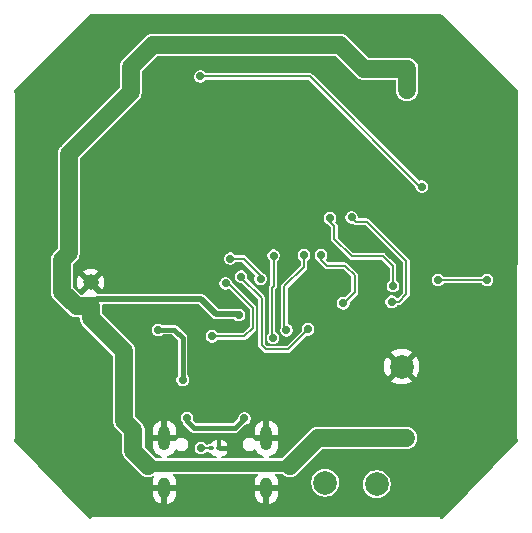
<source format=gbl>
G04 #@! TF.GenerationSoftware,KiCad,Pcbnew,9.0.0*
G04 #@! TF.CreationDate,2025-04-10T22:34:47-07:00*
G04 #@! TF.ProjectId,HOPE_ESP32_Drone,484f5045-5f45-4535-9033-325f44726f6e,rev?*
G04 #@! TF.SameCoordinates,Original*
G04 #@! TF.FileFunction,Copper,L2,Bot*
G04 #@! TF.FilePolarity,Positive*
%FSLAX46Y46*%
G04 Gerber Fmt 4.6, Leading zero omitted, Abs format (unit mm)*
G04 Created by KiCad (PCBNEW 9.0.0) date 2025-04-10 22:34:47*
%MOMM*%
%LPD*%
G01*
G04 APERTURE LIST*
G04 Aperture macros list*
%AMRoundRect*
0 Rectangle with rounded corners*
0 $1 Rounding radius*
0 $2 $3 $4 $5 $6 $7 $8 $9 X,Y pos of 4 corners*
0 Add a 4 corners polygon primitive as box body*
4,1,4,$2,$3,$4,$5,$6,$7,$8,$9,$2,$3,0*
0 Add four circle primitives for the rounded corners*
1,1,$1+$1,$2,$3*
1,1,$1+$1,$4,$5*
1,1,$1+$1,$6,$7*
1,1,$1+$1,$8,$9*
0 Add four rect primitives between the rounded corners*
20,1,$1+$1,$2,$3,$4,$5,0*
20,1,$1+$1,$4,$5,$6,$7,0*
20,1,$1+$1,$6,$7,$8,$9,0*
20,1,$1+$1,$8,$9,$2,$3,0*%
G04 Aperture macros list end*
G04 #@! TA.AperFunction,ComponentPad*
%ADD10C,1.320800*%
G04 #@! TD*
G04 #@! TA.AperFunction,ComponentPad*
%ADD11C,2.000000*%
G04 #@! TD*
G04 #@! TA.AperFunction,ComponentPad*
%ADD12O,1.000000X2.100000*%
G04 #@! TD*
G04 #@! TA.AperFunction,ComponentPad*
%ADD13O,1.000000X1.800000*%
G04 #@! TD*
G04 #@! TA.AperFunction,SMDPad,CuDef*
%ADD14RoundRect,0.100000X-0.130000X-0.100000X0.130000X-0.100000X0.130000X0.100000X-0.130000X0.100000X0*%
G04 #@! TD*
G04 #@! TA.AperFunction,ViaPad*
%ADD15C,0.711200*%
G04 #@! TD*
G04 #@! TA.AperFunction,ViaPad*
%ADD16C,0.609600*%
G04 #@! TD*
G04 #@! TA.AperFunction,Conductor*
%ADD17C,0.203200*%
G04 #@! TD*
G04 #@! TA.AperFunction,Conductor*
%ADD18C,1.524000*%
G04 #@! TD*
G04 #@! TA.AperFunction,Conductor*
%ADD19C,1.143000*%
G04 #@! TD*
G04 #@! TA.AperFunction,Conductor*
%ADD20C,0.508000*%
G04 #@! TD*
G04 #@! TA.AperFunction,Conductor*
%ADD21C,0.965200*%
G04 #@! TD*
G04 #@! TA.AperFunction,Conductor*
%ADD22C,0.457200*%
G04 #@! TD*
G04 #@! TA.AperFunction,Conductor*
%ADD23C,0.254000*%
G04 #@! TD*
G04 APERTURE END LIST*
D10*
G04 #@! TO.P,VBAT,1,1*
G04 #@! TO.N,GND*
X111720000Y-74311000D03*
G04 #@! TO.P,VBAT,2,2*
G04 #@! TO.N,+BATT*
X111720000Y-76311001D03*
G04 #@! TD*
D11*
G04 #@! TO.P,3.3V,1,1*
G04 #@! TO.N,+3.3V*
X135940800Y-91389200D03*
G04 #@! TD*
G04 #@! TO.P,TP3,1,1*
G04 #@! TO.N,GND*
X138049000Y-81432400D03*
G04 #@! TD*
D12*
G04 #@! TO.P,J7,SH1,SHELL_GND*
G04 #@! TO.N,GND*
X117955600Y-87514000D03*
G04 #@! TO.P,J7,SH2,SHELL_GND*
X126595600Y-87514000D03*
D13*
G04 #@! TO.P,J7,SH3,SHELL_GND*
X117955600Y-91694000D03*
G04 #@! TO.P,J7,SH4,SHELL_GND*
X126595600Y-91694000D03*
G04 #@! TD*
D11*
G04 #@! TO.P,VBUS,1,1*
G04 #@! TO.N,VBUS*
X131572000Y-91262200D03*
G04 #@! TD*
D14*
G04 #@! TO.P,R26,1*
G04 #@! TO.N,Net-(J7-CC1)*
X121940400Y-88341200D03*
G04 #@! TO.P,R26,2*
G04 #@! TO.N,GND*
X122580400Y-88341200D03*
G04 #@! TD*
D15*
G04 #@! TO.N,GND*
X107727750Y-79825850D03*
X146558000Y-71221600D03*
X108254800Y-65862200D03*
X146558000Y-77292200D03*
X130124200Y-76403200D03*
X131724400Y-82524600D03*
X141966950Y-79216250D03*
X116154200Y-82321400D03*
X108692950Y-79800450D03*
X142519400Y-71196200D03*
X118922800Y-72771000D03*
X113919000Y-53416200D03*
X145415000Y-65938400D03*
X110058200Y-78613000D03*
X144449800Y-65963800D03*
X139776200Y-77266800D03*
D16*
X120751600Y-76504800D03*
D15*
X137795000Y-53060600D03*
D16*
X120751600Y-77317600D03*
D15*
X129463800Y-82245200D03*
X141001750Y-79241650D03*
X126238000Y-59436000D03*
X121310400Y-72720200D03*
X134264400Y-80035400D03*
X130983200Y-75408000D03*
X122021600Y-75412600D03*
X123139200Y-83896200D03*
X123952000Y-60579000D03*
X136200800Y-73412000D03*
X127101600Y-84277200D03*
X145262600Y-79146400D03*
X126238000Y-61722000D03*
X135077200Y-80035400D03*
X123952000Y-59436000D03*
X132257800Y-74142600D03*
X118491000Y-79349600D03*
X123952000Y-61722000D03*
X141909800Y-66675000D03*
X125095000Y-60579000D03*
X125095000Y-61722000D03*
X128574800Y-82245200D03*
X123418600Y-75641200D03*
X126238000Y-60579000D03*
X111353600Y-65506600D03*
X123240800Y-79705200D03*
X107518200Y-65151000D03*
X125095000Y-59436000D03*
X124155200Y-81915000D03*
G04 #@! TO.N,/ESP32-S3-WROOM/EN*
X139750800Y-66192400D03*
X121005600Y-56870600D03*
G04 #@! TO.N,+BATT*
X115341400Y-86817200D03*
X115110466Y-58214466D03*
X124256800Y-77078800D03*
X137337800Y-87472932D03*
X138506200Y-56210200D03*
X115341400Y-87706200D03*
X115112800Y-56413400D03*
X115339066Y-88618266D03*
X136144000Y-87503000D03*
X115112800Y-57302400D03*
X138506200Y-57099200D03*
X138432334Y-87475266D03*
X138503866Y-58011266D03*
G04 #@! TO.N,VBUS*
X117424200Y-78333600D03*
X119507000Y-82550000D03*
X119875600Y-85775800D03*
X124739400Y-85826600D03*
G04 #@! TO.N,/MOSI*
X124460000Y-73812400D03*
X130124200Y-78282800D03*
G04 #@! TO.N,/IMU_INT*
X128295400Y-78359000D03*
X129768600Y-72009000D03*
G04 #@! TO.N,/SCK*
X133108001Y-76073000D03*
X131216400Y-72009000D03*
G04 #@! TO.N,/IMU_CS*
X123545600Y-72288400D03*
X126098300Y-74002900D03*
G04 #@! TO.N,/MISO*
X127203200Y-72034400D03*
X127152400Y-78994000D03*
G04 #@! TO.N,/STAT2*
X123139200Y-74396600D03*
X121996200Y-78867000D03*
G04 #@! TO.N,/ESP32-S3-WROOM/Boot*
X141122400Y-74091800D03*
X145288000Y-74091800D03*
G04 #@! TO.N,/BMP_CS*
X133807200Y-68808600D03*
X137210800Y-75946000D03*
G04 #@! TO.N,/BMP_INT*
X131978400Y-68884800D03*
X137312400Y-74625200D03*
G04 #@! TO.N,Net-(J7-CC1)*
X121056400Y-88341200D03*
G04 #@! TD*
D17*
G04 #@! TO.N,/ESP32-S3-WROOM/EN*
X139471400Y-66065400D02*
X130276600Y-56870600D01*
X139750800Y-66192400D02*
X139623800Y-66065400D01*
X139623800Y-66065400D02*
X139471400Y-66065400D01*
X130276600Y-56870600D02*
X121005600Y-56870600D01*
D18*
G04 #@! TO.N,+BATT*
X115341400Y-86817200D02*
X115341400Y-88620600D01*
X111720000Y-77303000D02*
X114554000Y-80137000D01*
X115112800Y-58216800D02*
X115112800Y-56413400D01*
X130962400Y-87477600D02*
X128600200Y-89839800D01*
X114554000Y-80137000D02*
X114554000Y-86029800D01*
D19*
X115112800Y-56413400D02*
X115112800Y-56083200D01*
D18*
X109296200Y-75082400D02*
X109296200Y-72390000D01*
X111720000Y-76311001D02*
X110524801Y-76311001D01*
D20*
X124256800Y-77078800D02*
X124170400Y-77078800D01*
D19*
X115341400Y-88615932D02*
X115339066Y-88618266D01*
D20*
X122301000Y-76962000D02*
X121081000Y-75742000D01*
D18*
X138506200Y-56210200D02*
X138506200Y-58008932D01*
X134823200Y-56210200D02*
X138506200Y-56210200D01*
X115341400Y-88620600D02*
X116560600Y-89839800D01*
D19*
X115341400Y-86817200D02*
X115341400Y-87452200D01*
X137337800Y-87472932D02*
X137340134Y-87475266D01*
D18*
X114554000Y-86029800D02*
X115341400Y-86817200D01*
X110524801Y-76311001D02*
X109296200Y-75082400D01*
X138430000Y-87477600D02*
X130962400Y-87477600D01*
D19*
X138506200Y-58008932D02*
X138503866Y-58011266D01*
D20*
X124170400Y-77078800D02*
X124053600Y-76962000D01*
D19*
X115341400Y-87706200D02*
X115341400Y-88615932D01*
X138432334Y-87475266D02*
X138430000Y-87477600D01*
D20*
X121081000Y-75742000D02*
X112289001Y-75742000D01*
D21*
X116560600Y-89839800D02*
X128600200Y-89839800D01*
D18*
X132816600Y-54203600D02*
X134823200Y-56210200D01*
X116992400Y-54203600D02*
X132816600Y-54203600D01*
X109296200Y-72390000D02*
X109855000Y-71831200D01*
X111720000Y-76311001D02*
X111720000Y-77303000D01*
D20*
X124053600Y-76962000D02*
X122301000Y-76962000D01*
D18*
X109855000Y-63474600D02*
X115112800Y-58216800D01*
D19*
X137340134Y-87475266D02*
X138432334Y-87475266D01*
D18*
X115112800Y-56083200D02*
X116992400Y-54203600D01*
D20*
X112289001Y-75742000D02*
X111720000Y-76311001D01*
D18*
X109855000Y-71831200D02*
X109855000Y-63474600D01*
D22*
G04 #@! TO.N,VBUS*
X119507000Y-79044800D02*
X119507000Y-82550000D01*
X123900600Y-86639400D02*
X124675600Y-85864400D01*
X117449600Y-78308200D02*
X118770400Y-78308200D01*
X118770400Y-78308200D02*
X119507000Y-79044800D01*
X119875600Y-85775800D02*
X119875600Y-86017400D01*
D23*
X119888000Y-85852000D02*
X119799100Y-85940900D01*
D22*
X120497600Y-86639400D02*
X123900600Y-86639400D01*
X119875600Y-86017400D02*
X120497600Y-86639400D01*
X117424200Y-78333600D02*
X117449600Y-78308200D01*
D17*
G04 #@! TO.N,/MOSI*
X130124200Y-78282800D02*
X128422400Y-79984600D01*
X126183396Y-79625196D02*
X126183396Y-75637396D01*
X124460000Y-73914000D02*
X124460000Y-73812400D01*
X128422400Y-79984600D02*
X126542800Y-79984600D01*
X126542800Y-79984600D02*
X126183396Y-79625196D01*
X126183396Y-75637396D02*
X124460000Y-73914000D01*
G04 #@! TO.N,/IMU_INT*
X128117600Y-78181200D02*
X128117600Y-74650600D01*
X129768600Y-72999600D02*
X129768600Y-72009000D01*
X128117600Y-74650600D02*
X129768600Y-72999600D01*
X128295400Y-78359000D02*
X128117600Y-78181200D01*
G04 #@! TO.N,/SCK*
X133248400Y-72898000D02*
X134061200Y-73710800D01*
X134073201Y-73710800D02*
X134073201Y-75133200D01*
X134085901Y-75145900D02*
X133158801Y-76073000D01*
X134073201Y-75133200D02*
X134085901Y-75145900D01*
X131216400Y-72009000D02*
X131216400Y-72390000D01*
X134061200Y-73710800D02*
X134073201Y-73710800D01*
X131216400Y-72390000D02*
X131724400Y-72898000D01*
X133158801Y-76073000D02*
X133108001Y-76073000D01*
X131724400Y-72898000D02*
X133248400Y-72898000D01*
G04 #@! TO.N,/IMU_CS*
X124663200Y-72288400D02*
X123520200Y-72288400D01*
X126098300Y-73723500D02*
X124663200Y-72288400D01*
X126098300Y-74002900D02*
X126098300Y-73723500D01*
G04 #@! TO.N,/MISO*
X127203200Y-74625200D02*
X127203200Y-72034400D01*
X127076200Y-78917800D02*
X127076200Y-74752200D01*
X127152400Y-78994000D02*
X127076200Y-78917800D01*
X127076200Y-74752200D02*
X127203200Y-74625200D01*
G04 #@! TO.N,/STAT2*
X123139200Y-74396600D02*
X123266200Y-74523600D01*
X123520200Y-74523600D02*
X125450600Y-76454000D01*
X125450600Y-78155800D02*
X124739400Y-78867000D01*
X123266200Y-74523600D02*
X123520200Y-74523600D01*
X124739400Y-78867000D02*
X121996200Y-78867000D01*
X125450600Y-76454000D02*
X125450600Y-78155800D01*
G04 #@! TO.N,/ESP32-S3-WROOM/Boot*
X145288000Y-74091800D02*
X141122400Y-74091800D01*
G04 #@! TO.N,/BMP_CS*
X133807200Y-68808600D02*
X134162800Y-69164200D01*
X134162800Y-69164200D02*
X135102600Y-69164200D01*
X135102600Y-69164200D02*
X138455400Y-72517000D01*
X138455400Y-72517000D02*
X138455400Y-75311000D01*
X138455400Y-75311000D02*
X137820400Y-75946000D01*
X137820400Y-75946000D02*
X137210800Y-75946000D01*
G04 #@! TO.N,/BMP_INT*
X131978400Y-69164200D02*
X132359400Y-69545200D01*
X131978400Y-68884800D02*
X131978400Y-69164200D01*
X136499600Y-72110600D02*
X137312400Y-72923400D01*
X132359400Y-70662800D02*
X133807200Y-72110600D01*
X137312400Y-72923400D02*
X137312400Y-74625200D01*
X132359400Y-69545200D02*
X132359400Y-70662800D01*
X133807200Y-72110600D02*
X136499600Y-72110600D01*
G04 #@! TO.N,Net-(J7-CC1)*
X121940400Y-88341200D02*
X121056400Y-88341200D01*
G04 #@! TD*
G04 #@! TA.AperFunction,Conductor*
G04 #@! TO.N,GND*
G36*
X111817706Y-51559661D02*
G01*
X111817893Y-51559274D01*
X111819773Y-51560181D01*
X111820870Y-51560458D01*
X111822328Y-51561415D01*
X111822331Y-51561416D01*
X111822332Y-51561417D01*
X111845465Y-51572584D01*
X111850367Y-51575178D01*
X111872605Y-51588018D01*
X111872608Y-51588019D01*
X111872611Y-51588021D01*
X111883468Y-51590930D01*
X111893587Y-51595815D01*
X111921538Y-51601131D01*
X111949038Y-51608500D01*
X111960280Y-51608500D01*
X111971316Y-51610599D01*
X111999692Y-51608500D01*
X141133921Y-51608500D01*
X141139470Y-51608705D01*
X141165082Y-51610600D01*
X141165082Y-51610599D01*
X141165084Y-51610600D01*
X141169159Y-51609824D01*
X141183210Y-51608500D01*
X141187359Y-51608500D01*
X141187362Y-51608500D01*
X141212174Y-51601850D01*
X141217581Y-51600614D01*
X141220760Y-51600009D01*
X141242813Y-51595815D01*
X141252931Y-51590930D01*
X141263789Y-51588021D01*
X141288440Y-51573788D01*
X141314068Y-51561417D01*
X141314077Y-51561409D01*
X141315517Y-51560465D01*
X141316543Y-51560222D01*
X141318509Y-51559274D01*
X141318719Y-51559709D01*
X141365581Y-51548647D01*
X141409957Y-51570157D01*
X147896042Y-58056242D01*
X147899497Y-58063651D01*
X147906020Y-58068588D01*
X147910082Y-58086351D01*
X147917782Y-58102862D01*
X147915726Y-58111026D01*
X147917489Y-58118733D01*
X147909802Y-58143693D01*
X147906500Y-58150139D01*
X147904783Y-58152132D01*
X147893307Y-58175902D01*
X147892904Y-58176690D01*
X147891064Y-58180067D01*
X147878281Y-58202163D01*
X147878278Y-58202171D01*
X147877155Y-58206348D01*
X147875326Y-58213149D01*
X147870385Y-58223387D01*
X147865094Y-58251199D01*
X147864362Y-58253922D01*
X147864361Y-58253927D01*
X147857734Y-58278573D01*
X147857731Y-58282886D01*
X147856407Y-58296871D01*
X147855600Y-58301113D01*
X147855599Y-58301119D01*
X147857482Y-58326569D01*
X147857687Y-58332182D01*
X147832312Y-87438219D01*
X147832310Y-87440963D01*
X147830200Y-87469484D01*
X147832275Y-87480396D01*
X147832269Y-87487511D01*
X147832265Y-87491498D01*
X147832266Y-87491504D01*
X147838934Y-87516478D01*
X147839645Y-87519140D01*
X147844985Y-87547213D01*
X147849808Y-87557205D01*
X147851646Y-87564086D01*
X147851647Y-87564087D01*
X147852677Y-87567944D01*
X147852677Y-87567945D01*
X147865579Y-87590338D01*
X147865580Y-87590338D01*
X147866389Y-87591742D01*
X147866954Y-87592722D01*
X147879383Y-87618468D01*
X147886633Y-87626876D01*
X147890185Y-87633040D01*
X147890186Y-87633042D01*
X147892179Y-87636502D01*
X147892183Y-87636506D01*
X147896437Y-87640768D01*
X147918135Y-87687408D01*
X147904776Y-87737083D01*
X147897152Y-87746295D01*
X141517397Y-94313002D01*
X141501721Y-94320589D01*
X141488229Y-94331605D01*
X141479211Y-94331483D01*
X141471095Y-94335412D01*
X141454208Y-94331147D01*
X141436794Y-94330914D01*
X141424649Y-94323683D01*
X141421221Y-94322818D01*
X141414364Y-94317562D01*
X141329119Y-94244061D01*
X141325075Y-94240304D01*
X141306911Y-94222140D01*
X141306910Y-94222139D01*
X141303314Y-94220063D01*
X141291814Y-94211894D01*
X141288673Y-94209185D01*
X141277285Y-94203688D01*
X141263040Y-94196811D01*
X141238389Y-94182579D01*
X141227531Y-94179669D01*
X141221145Y-94176586D01*
X141217414Y-94174785D01*
X141201337Y-94171727D01*
X141192187Y-94169986D01*
X141186783Y-94168750D01*
X141161962Y-94162100D01*
X141150724Y-94162100D01*
X141139684Y-94160000D01*
X141111300Y-94162100D01*
X112002479Y-94162100D01*
X111996930Y-94161895D01*
X111971317Y-94159999D01*
X111968188Y-94160595D01*
X111967240Y-94160775D01*
X111953190Y-94162100D01*
X111949038Y-94162100D01*
X111943874Y-94163483D01*
X111924218Y-94168749D01*
X111921529Y-94169469D01*
X111893587Y-94174785D01*
X111883472Y-94179666D01*
X111876627Y-94181501D01*
X111876627Y-94181502D01*
X111872616Y-94182577D01*
X111872613Y-94182578D01*
X111872611Y-94182579D01*
X111850363Y-94195423D01*
X111850362Y-94195422D01*
X111847941Y-94196819D01*
X111822332Y-94209183D01*
X111813824Y-94216517D01*
X111807695Y-94220056D01*
X111807696Y-94220056D01*
X111804094Y-94222136D01*
X111804089Y-94222140D01*
X111785923Y-94240304D01*
X111781858Y-94244079D01*
X111684493Y-94328030D01*
X111636396Y-94346270D01*
X111587827Y-94329327D01*
X111581166Y-94323183D01*
X109314928Y-91964957D01*
X105234773Y-87719187D01*
X105213965Y-87672144D01*
X105223125Y-87630800D01*
X105226912Y-87623924D01*
X105231617Y-87618468D01*
X105243667Y-87593504D01*
X105244638Y-87591742D01*
X105244723Y-87591666D01*
X105245363Y-87590457D01*
X105258221Y-87568189D01*
X105259297Y-87564171D01*
X105264211Y-87550948D01*
X105266015Y-87547213D01*
X105270813Y-87521984D01*
X105272044Y-87516598D01*
X105278700Y-87491762D01*
X105278700Y-87480519D01*
X105280799Y-87469484D01*
X105278700Y-87441108D01*
X105278700Y-72297387D01*
X108355900Y-72297387D01*
X108355900Y-75175012D01*
X108361460Y-75202962D01*
X108361460Y-75202963D01*
X108392035Y-75356677D01*
X108392036Y-75356678D01*
X108462916Y-75527797D01*
X108462917Y-75527799D01*
X108564177Y-75679346D01*
X108565822Y-75681807D01*
X108565824Y-75681809D01*
X109925388Y-77041374D01*
X109925397Y-77041382D01*
X110079398Y-77144282D01*
X110079401Y-77144284D01*
X110250521Y-77215164D01*
X110250522Y-77215165D01*
X110250523Y-77215165D01*
X110250525Y-77215166D01*
X110372180Y-77239364D01*
X110432188Y-77251301D01*
X110432189Y-77251301D01*
X110432190Y-77251301D01*
X110704500Y-77251301D01*
X110752838Y-77268894D01*
X110778558Y-77313443D01*
X110779700Y-77326501D01*
X110779700Y-77395611D01*
X110815835Y-77577277D01*
X110815836Y-77577278D01*
X110886716Y-77748397D01*
X110886717Y-77748399D01*
X110971910Y-77875900D01*
X110989622Y-77902407D01*
X110989624Y-77902409D01*
X110989626Y-77902412D01*
X113591674Y-80504459D01*
X113613414Y-80551079D01*
X113613700Y-80557633D01*
X113613700Y-86122413D01*
X113642509Y-86267243D01*
X113649835Y-86304077D01*
X113649836Y-86304078D01*
X113720716Y-86475197D01*
X113720717Y-86475199D01*
X113774557Y-86555777D01*
X113823622Y-86629207D01*
X113823624Y-86629209D01*
X113823626Y-86629212D01*
X114379074Y-87184659D01*
X114400814Y-87231279D01*
X114401100Y-87237833D01*
X114401100Y-88713211D01*
X114437235Y-88894877D01*
X114437236Y-88894878D01*
X114508116Y-89065997D01*
X114508117Y-89065999D01*
X114600525Y-89204298D01*
X114600526Y-89204299D01*
X114600525Y-89204299D01*
X114611018Y-89220002D01*
X114611025Y-89220010D01*
X115961187Y-90570173D01*
X115961196Y-90570181D01*
X116026028Y-90613500D01*
X116115200Y-90673083D01*
X116286320Y-90743963D01*
X116286321Y-90743964D01*
X116286322Y-90743964D01*
X116286324Y-90743965D01*
X116407979Y-90768163D01*
X116467987Y-90780100D01*
X116467988Y-90780100D01*
X116653213Y-90780100D01*
X116695773Y-90771634D01*
X116834875Y-90743965D01*
X117000680Y-90675285D01*
X117052068Y-90673042D01*
X117092878Y-90704357D01*
X117104012Y-90754577D01*
X117091983Y-90786539D01*
X117069411Y-90820321D01*
X116994030Y-91002307D01*
X116994029Y-91002308D01*
X116955600Y-91195508D01*
X116955600Y-91444000D01*
X117655600Y-91444000D01*
X117655600Y-91944000D01*
X116955600Y-91944000D01*
X116955600Y-92192491D01*
X116994029Y-92385691D01*
X116994030Y-92385692D01*
X117069410Y-92567676D01*
X117178851Y-92731465D01*
X117178853Y-92731468D01*
X117318131Y-92870746D01*
X117318134Y-92870748D01*
X117481923Y-92980189D01*
X117663910Y-93055570D01*
X117663909Y-93055570D01*
X117705599Y-93063863D01*
X117705600Y-93063863D01*
X117705600Y-92260988D01*
X117715540Y-92278205D01*
X117771395Y-92334060D01*
X117839804Y-92373556D01*
X117916104Y-92394000D01*
X117995096Y-92394000D01*
X118071396Y-92373556D01*
X118139805Y-92334060D01*
X118195660Y-92278205D01*
X118205600Y-92260988D01*
X118205600Y-93063863D01*
X118247290Y-93055570D01*
X118429276Y-92980189D01*
X118593065Y-92870748D01*
X118593068Y-92870746D01*
X118732346Y-92731468D01*
X118732348Y-92731465D01*
X118841789Y-92567676D01*
X118917169Y-92385692D01*
X118917170Y-92385691D01*
X118955600Y-92192491D01*
X118955600Y-91944000D01*
X118255600Y-91944000D01*
X118255600Y-91444000D01*
X118955600Y-91444000D01*
X118955600Y-91195508D01*
X118917170Y-91002308D01*
X118917169Y-91002307D01*
X118841789Y-90820323D01*
X118732348Y-90656534D01*
X118732346Y-90656531D01*
X118704889Y-90629074D01*
X118683149Y-90582454D01*
X118696463Y-90532767D01*
X118738600Y-90503262D01*
X118758063Y-90500700D01*
X125793137Y-90500700D01*
X125841475Y-90518293D01*
X125867195Y-90562842D01*
X125858262Y-90613500D01*
X125846311Y-90629074D01*
X125818853Y-90656531D01*
X125818851Y-90656534D01*
X125709410Y-90820323D01*
X125634030Y-91002307D01*
X125634029Y-91002308D01*
X125595600Y-91195508D01*
X125595600Y-91444000D01*
X126295600Y-91444000D01*
X126295600Y-91944000D01*
X125595600Y-91944000D01*
X125595600Y-92192491D01*
X125634029Y-92385691D01*
X125634030Y-92385692D01*
X125709410Y-92567676D01*
X125818851Y-92731465D01*
X125818853Y-92731468D01*
X125958131Y-92870746D01*
X125958134Y-92870748D01*
X126121923Y-92980189D01*
X126303910Y-93055570D01*
X126303909Y-93055570D01*
X126345599Y-93063863D01*
X126345600Y-93063863D01*
X126345600Y-92260988D01*
X126355540Y-92278205D01*
X126411395Y-92334060D01*
X126479804Y-92373556D01*
X126556104Y-92394000D01*
X126635096Y-92394000D01*
X126711396Y-92373556D01*
X126779805Y-92334060D01*
X126835660Y-92278205D01*
X126845600Y-92260988D01*
X126845600Y-93063863D01*
X126887290Y-93055570D01*
X127069276Y-92980189D01*
X127233065Y-92870748D01*
X127233068Y-92870746D01*
X127372346Y-92731468D01*
X127372348Y-92731465D01*
X127481789Y-92567676D01*
X127557169Y-92385692D01*
X127557170Y-92385691D01*
X127595600Y-92192491D01*
X127595600Y-91944000D01*
X126895600Y-91944000D01*
X126895600Y-91444000D01*
X127595600Y-91444000D01*
X127595600Y-91195509D01*
X127592750Y-91181183D01*
X127592750Y-91181182D01*
X127590419Y-91169461D01*
X130393700Y-91169461D01*
X130393700Y-91354938D01*
X130422711Y-91538109D01*
X130422714Y-91538123D01*
X130463977Y-91665119D01*
X130480026Y-91714510D01*
X130564227Y-91879764D01*
X130656499Y-92006764D01*
X130673244Y-92029812D01*
X130673251Y-92029820D01*
X130804379Y-92160948D01*
X130804387Y-92160955D01*
X130804389Y-92160957D01*
X130954436Y-92269973D01*
X131119690Y-92354174D01*
X131296081Y-92411487D01*
X131479266Y-92440500D01*
X131479272Y-92440500D01*
X131664728Y-92440500D01*
X131664734Y-92440500D01*
X131847919Y-92411487D01*
X132024310Y-92354174D01*
X132189564Y-92269973D01*
X132339611Y-92160957D01*
X132470757Y-92029811D01*
X132579773Y-91879764D01*
X132663974Y-91714510D01*
X132721287Y-91538119D01*
X132750300Y-91354934D01*
X132750300Y-91296461D01*
X134762500Y-91296461D01*
X134762500Y-91481938D01*
X134791511Y-91665109D01*
X134791514Y-91665123D01*
X134807557Y-91714499D01*
X134848826Y-91841510D01*
X134933027Y-92006764D01*
X134949779Y-92029820D01*
X135042044Y-92156812D01*
X135042051Y-92156820D01*
X135173179Y-92287948D01*
X135173187Y-92287955D01*
X135173189Y-92287957D01*
X135323236Y-92396973D01*
X135488490Y-92481174D01*
X135664881Y-92538487D01*
X135848066Y-92567500D01*
X135848072Y-92567500D01*
X136033528Y-92567500D01*
X136033534Y-92567500D01*
X136216719Y-92538487D01*
X136393110Y-92481174D01*
X136558364Y-92396973D01*
X136708411Y-92287957D01*
X136839557Y-92156811D01*
X136948573Y-92006764D01*
X137032774Y-91841510D01*
X137090087Y-91665119D01*
X137119100Y-91481934D01*
X137119100Y-91296466D01*
X137090087Y-91113281D01*
X137032774Y-90936890D01*
X136948573Y-90771636D01*
X136839557Y-90621589D01*
X136839555Y-90621587D01*
X136839548Y-90621579D01*
X136708420Y-90490451D01*
X136708412Y-90490444D01*
X136558365Y-90381428D01*
X136558366Y-90381428D01*
X136558364Y-90381427D01*
X136393110Y-90297226D01*
X136393103Y-90297223D01*
X136393099Y-90297222D01*
X136216723Y-90239914D01*
X136216720Y-90239913D01*
X136216719Y-90239913D01*
X136216716Y-90239912D01*
X136216709Y-90239911D01*
X136033538Y-90210900D01*
X136033534Y-90210900D01*
X135848066Y-90210900D01*
X135848061Y-90210900D01*
X135664890Y-90239911D01*
X135664876Y-90239914D01*
X135488500Y-90297222D01*
X135488492Y-90297225D01*
X135488490Y-90297226D01*
X135488486Y-90297227D01*
X135488486Y-90297228D01*
X135323234Y-90381428D01*
X135173187Y-90490444D01*
X135173179Y-90490451D01*
X135042051Y-90621579D01*
X135042044Y-90621587D01*
X134933028Y-90771634D01*
X134848828Y-90936886D01*
X134848822Y-90936900D01*
X134791514Y-91113276D01*
X134791511Y-91113290D01*
X134762500Y-91296461D01*
X132750300Y-91296461D01*
X132750300Y-91169466D01*
X132721287Y-90986281D01*
X132663974Y-90809890D01*
X132579773Y-90644636D01*
X132470757Y-90494589D01*
X132470755Y-90494587D01*
X132470748Y-90494579D01*
X132339620Y-90363451D01*
X132339612Y-90363444D01*
X132248472Y-90297226D01*
X132189564Y-90254427D01*
X132024310Y-90170226D01*
X132024303Y-90170223D01*
X132024299Y-90170222D01*
X131847923Y-90112914D01*
X131847920Y-90112913D01*
X131847919Y-90112913D01*
X131847916Y-90112912D01*
X131847909Y-90112911D01*
X131664738Y-90083900D01*
X131664734Y-90083900D01*
X131479266Y-90083900D01*
X131479261Y-90083900D01*
X131296090Y-90112911D01*
X131296076Y-90112914D01*
X131119700Y-90170222D01*
X131119692Y-90170225D01*
X131119690Y-90170226D01*
X131119686Y-90170227D01*
X131119686Y-90170228D01*
X130954434Y-90254428D01*
X130804387Y-90363444D01*
X130804379Y-90363451D01*
X130673251Y-90494579D01*
X130673244Y-90494587D01*
X130564228Y-90644634D01*
X130480028Y-90809886D01*
X130480022Y-90809900D01*
X130422714Y-90986276D01*
X130422711Y-90986290D01*
X130393700Y-91169461D01*
X127590419Y-91169461D01*
X127557170Y-91002308D01*
X127557169Y-91002307D01*
X127481789Y-90820323D01*
X127372348Y-90656534D01*
X127372346Y-90656531D01*
X127344889Y-90629074D01*
X127323149Y-90582454D01*
X127336463Y-90532767D01*
X127378600Y-90503262D01*
X127398063Y-90500700D01*
X127900167Y-90500700D01*
X127948505Y-90518293D01*
X127953330Y-90522715D01*
X128000793Y-90570178D01*
X128154801Y-90673083D01*
X128325925Y-90743965D01*
X128462172Y-90771066D01*
X128507587Y-90780100D01*
X128507588Y-90780100D01*
X128692813Y-90780100D01*
X128735373Y-90771634D01*
X128874475Y-90743965D01*
X129045599Y-90673083D01*
X129199607Y-90570178D01*
X131329859Y-88439926D01*
X131376479Y-88418186D01*
X131383033Y-88417900D01*
X138522612Y-88417900D01*
X138567719Y-88408927D01*
X138704275Y-88381765D01*
X138875399Y-88310883D01*
X139029406Y-88207979D01*
X139160379Y-88077006D01*
X139263283Y-87922999D01*
X139334165Y-87751875D01*
X139370300Y-87570211D01*
X139370300Y-87384989D01*
X139361480Y-87340650D01*
X139334164Y-87203322D01*
X139334163Y-87203321D01*
X139263283Y-87032202D01*
X139263283Y-87032201D01*
X139160379Y-86878194D01*
X139160376Y-86878191D01*
X139160374Y-86878188D01*
X139029411Y-86747225D01*
X139029408Y-86747223D01*
X139029407Y-86747222D01*
X139029406Y-86747221D01*
X138875399Y-86644317D01*
X138875397Y-86644316D01*
X138704278Y-86573436D01*
X138704277Y-86573435D01*
X138522612Y-86537300D01*
X138522611Y-86537300D01*
X131055012Y-86537300D01*
X130869788Y-86537300D01*
X130869787Y-86537300D01*
X130688121Y-86573435D01*
X130688120Y-86573436D01*
X130516997Y-86644318D01*
X130362996Y-86747218D01*
X130362987Y-86747226D01*
X127953341Y-89156874D01*
X127906721Y-89178614D01*
X127900167Y-89178900D01*
X126879969Y-89178900D01*
X126831631Y-89161307D01*
X126805911Y-89116758D01*
X126814844Y-89066100D01*
X126854249Y-89033035D01*
X126865298Y-89029945D01*
X126887291Y-89025570D01*
X126887292Y-89025569D01*
X127069276Y-88950189D01*
X127233065Y-88840748D01*
X127233068Y-88840746D01*
X127372346Y-88701468D01*
X127372348Y-88701465D01*
X127481789Y-88537676D01*
X127557169Y-88355692D01*
X127557170Y-88355691D01*
X127595600Y-88162491D01*
X127595600Y-87764000D01*
X126895600Y-87764000D01*
X126895600Y-87264000D01*
X127595600Y-87264000D01*
X127595600Y-86865508D01*
X127557170Y-86672308D01*
X127557169Y-86672307D01*
X127481789Y-86490323D01*
X127372348Y-86326534D01*
X127372346Y-86326531D01*
X127233068Y-86187253D01*
X127233065Y-86187251D01*
X127069276Y-86077810D01*
X126887287Y-86002428D01*
X126845600Y-85994136D01*
X126845600Y-86797011D01*
X126835660Y-86779795D01*
X126779805Y-86723940D01*
X126711396Y-86684444D01*
X126635096Y-86664000D01*
X126556104Y-86664000D01*
X126479804Y-86684444D01*
X126411395Y-86723940D01*
X126355540Y-86779795D01*
X126345600Y-86797011D01*
X126345600Y-85994136D01*
X126345599Y-85994136D01*
X126303912Y-86002428D01*
X126121923Y-86077810D01*
X125958134Y-86187251D01*
X125958131Y-86187253D01*
X125818853Y-86326531D01*
X125818851Y-86326534D01*
X125709410Y-86490323D01*
X125634030Y-86672307D01*
X125634029Y-86672308D01*
X125595600Y-86865508D01*
X125595600Y-87264000D01*
X126295600Y-87264000D01*
X126295600Y-87764000D01*
X125729210Y-87764000D01*
X125680872Y-87746407D01*
X125664085Y-87726400D01*
X125626115Y-87660634D01*
X125518965Y-87553484D01*
X125387742Y-87477722D01*
X125387736Y-87477720D01*
X125387735Y-87477719D01*
X125241366Y-87438500D01*
X125089834Y-87438500D01*
X124974199Y-87469484D01*
X124943465Y-87477719D01*
X124943457Y-87477722D01*
X124812234Y-87553484D01*
X124705084Y-87660634D01*
X124629322Y-87791857D01*
X124629319Y-87791865D01*
X124590100Y-87938234D01*
X124590100Y-88089766D01*
X124621774Y-88207976D01*
X124629319Y-88236134D01*
X124629322Y-88236142D01*
X124705084Y-88367365D01*
X124812234Y-88474515D01*
X124943457Y-88550277D01*
X124943460Y-88550278D01*
X124943465Y-88550281D01*
X125089834Y-88589500D01*
X125089837Y-88589500D01*
X125241363Y-88589500D01*
X125241366Y-88589500D01*
X125387735Y-88550281D01*
X125518965Y-88474515D01*
X125555550Y-88437929D01*
X125602169Y-88416190D01*
X125651856Y-88429503D01*
X125678200Y-88462327D01*
X125709409Y-88537675D01*
X125818851Y-88701465D01*
X125818853Y-88701468D01*
X125958131Y-88840746D01*
X125958134Y-88840748D01*
X126121923Y-88950189D01*
X126303907Y-89025569D01*
X126303908Y-89025570D01*
X126325902Y-89029945D01*
X126369878Y-89056631D01*
X126386413Y-89105341D01*
X126367769Y-89153283D01*
X126322671Y-89178025D01*
X126311231Y-89178900D01*
X122851113Y-89178900D01*
X122802775Y-89161307D01*
X122777055Y-89116758D01*
X122785988Y-89066100D01*
X122825393Y-89033035D01*
X122841298Y-89029143D01*
X122867033Y-89025754D01*
X123012990Y-88965298D01*
X123138325Y-88869125D01*
X123234498Y-88743790D01*
X123294955Y-88597833D01*
X123302411Y-88541200D01*
X122655600Y-88541200D01*
X122607262Y-88523607D01*
X122581542Y-88479058D01*
X122580400Y-88466000D01*
X122580400Y-88341200D01*
X122455600Y-88341200D01*
X122407262Y-88323607D01*
X122381542Y-88279058D01*
X122380400Y-88266000D01*
X122380400Y-88141200D01*
X122780400Y-88141200D01*
X123302410Y-88141200D01*
X123294955Y-88084566D01*
X123234498Y-87938609D01*
X123138325Y-87813274D01*
X123012990Y-87717101D01*
X122867033Y-87656644D01*
X122780400Y-87645238D01*
X122780400Y-88141200D01*
X122380400Y-88141200D01*
X122380400Y-87645239D01*
X122293765Y-87656645D01*
X122147809Y-87717101D01*
X122022474Y-87813274D01*
X121930238Y-87933479D01*
X121886854Y-87961118D01*
X121870578Y-87962900D01*
X121768844Y-87962900D01*
X121753334Y-87964699D01*
X121745578Y-87965599D01*
X121745576Y-87965599D01*
X121650401Y-88007623D01*
X121650398Y-88007625D01*
X121634574Y-88023449D01*
X121618749Y-88039274D01*
X121603871Y-88046212D01*
X121591296Y-88056765D01*
X121575130Y-88059615D01*
X121572131Y-88061014D01*
X121565576Y-88061300D01*
X121554711Y-88061300D01*
X121506373Y-88043707D01*
X121489586Y-88023700D01*
X121483626Y-88013377D01*
X121384224Y-87913975D01*
X121262478Y-87843684D01*
X121126689Y-87807300D01*
X120986111Y-87807300D01*
X120850322Y-87843684D01*
X120850321Y-87843684D01*
X120728575Y-87913975D01*
X120728575Y-87913976D01*
X120629176Y-88013375D01*
X120629175Y-88013375D01*
X120558884Y-88135121D01*
X120558884Y-88135122D01*
X120522500Y-88270911D01*
X120522500Y-88411489D01*
X120558884Y-88547277D01*
X120558884Y-88547278D01*
X120629175Y-88669024D01*
X120728575Y-88768424D01*
X120728577Y-88768425D01*
X120728578Y-88768426D01*
X120850322Y-88838716D01*
X120986111Y-88875100D01*
X120986114Y-88875100D01*
X121126686Y-88875100D01*
X121126689Y-88875100D01*
X121262478Y-88838716D01*
X121384222Y-88768426D01*
X121384224Y-88768424D01*
X121384225Y-88768424D01*
X121483626Y-88669022D01*
X121489586Y-88658700D01*
X121528991Y-88625635D01*
X121554711Y-88621100D01*
X121565576Y-88621100D01*
X121613914Y-88638693D01*
X121618739Y-88643115D01*
X121644646Y-88669022D01*
X121650398Y-88674774D01*
X121650401Y-88674776D01*
X121710853Y-88701468D01*
X121745579Y-88716801D01*
X121768844Y-88719500D01*
X121768846Y-88719500D01*
X121870578Y-88719500D01*
X121918916Y-88737093D01*
X121930238Y-88748921D01*
X122022474Y-88869125D01*
X122147809Y-88965298D01*
X122293765Y-89025754D01*
X122319501Y-89029143D01*
X122365128Y-89052896D01*
X122384813Y-89100420D01*
X122369345Y-89149479D01*
X122325961Y-89177117D01*
X122309685Y-89178900D01*
X118239969Y-89178900D01*
X118191631Y-89161307D01*
X118165911Y-89116758D01*
X118174844Y-89066100D01*
X118214249Y-89033035D01*
X118225298Y-89029945D01*
X118247291Y-89025570D01*
X118247292Y-89025569D01*
X118429276Y-88950189D01*
X118593065Y-88840748D01*
X118593068Y-88840746D01*
X118732346Y-88701468D01*
X118732348Y-88701465D01*
X118841790Y-88537675D01*
X118872999Y-88462327D01*
X118907750Y-88424401D01*
X118958750Y-88417686D01*
X118995649Y-88437930D01*
X119032234Y-88474515D01*
X119163457Y-88550277D01*
X119163460Y-88550278D01*
X119163465Y-88550281D01*
X119309834Y-88589500D01*
X119309837Y-88589500D01*
X119461363Y-88589500D01*
X119461366Y-88589500D01*
X119607735Y-88550281D01*
X119738965Y-88474515D01*
X119846115Y-88367365D01*
X119921881Y-88236135D01*
X119961100Y-88089766D01*
X119961100Y-87938234D01*
X119921881Y-87791865D01*
X119921878Y-87791860D01*
X119921877Y-87791857D01*
X119846115Y-87660634D01*
X119738965Y-87553484D01*
X119607742Y-87477722D01*
X119607736Y-87477720D01*
X119607735Y-87477719D01*
X119461366Y-87438500D01*
X119309834Y-87438500D01*
X119194199Y-87469484D01*
X119163465Y-87477719D01*
X119163457Y-87477722D01*
X119032234Y-87553484D01*
X118925084Y-87660634D01*
X118887115Y-87726400D01*
X118847710Y-87759465D01*
X118821990Y-87764000D01*
X118255600Y-87764000D01*
X118255600Y-87264000D01*
X118955600Y-87264000D01*
X118955600Y-86865508D01*
X118917170Y-86672308D01*
X118917169Y-86672307D01*
X118841789Y-86490323D01*
X118732348Y-86326534D01*
X118732346Y-86326531D01*
X118593068Y-86187253D01*
X118593065Y-86187251D01*
X118429276Y-86077810D01*
X118247287Y-86002428D01*
X118205600Y-85994136D01*
X118205600Y-86797011D01*
X118195660Y-86779795D01*
X118139805Y-86723940D01*
X118071396Y-86684444D01*
X117995096Y-86664000D01*
X117916104Y-86664000D01*
X117839804Y-86684444D01*
X117771395Y-86723940D01*
X117715540Y-86779795D01*
X117705600Y-86797011D01*
X117705600Y-85994136D01*
X117705599Y-85994136D01*
X117663912Y-86002428D01*
X117481923Y-86077810D01*
X117318134Y-86187251D01*
X117318131Y-86187253D01*
X117178853Y-86326531D01*
X117178851Y-86326534D01*
X117069410Y-86490323D01*
X116994030Y-86672307D01*
X116994029Y-86672308D01*
X116955600Y-86865508D01*
X116955600Y-87264000D01*
X117655600Y-87264000D01*
X117655600Y-87764000D01*
X116955600Y-87764000D01*
X116955600Y-88162491D01*
X116994029Y-88355691D01*
X116994030Y-88355692D01*
X117069410Y-88537676D01*
X117178851Y-88701465D01*
X117178853Y-88701468D01*
X117318131Y-88840746D01*
X117318134Y-88840748D01*
X117481923Y-88950189D01*
X117663907Y-89025569D01*
X117663908Y-89025570D01*
X117685902Y-89029945D01*
X117729878Y-89056631D01*
X117746413Y-89105341D01*
X117727769Y-89153283D01*
X117682671Y-89178025D01*
X117671231Y-89178900D01*
X117260633Y-89178900D01*
X117212295Y-89161307D01*
X117207459Y-89156874D01*
X116303726Y-88253141D01*
X116281986Y-88206521D01*
X116281700Y-88199967D01*
X116281700Y-86724588D01*
X116275410Y-86692969D01*
X116275410Y-86692968D01*
X116251634Y-86573436D01*
X116245565Y-86542925D01*
X116174683Y-86371801D01*
X116071779Y-86217794D01*
X116071776Y-86217791D01*
X116071774Y-86217788D01*
X115559497Y-85705511D01*
X119341700Y-85705511D01*
X119341700Y-85846089D01*
X119378084Y-85981877D01*
X119378084Y-85981878D01*
X119448375Y-86103624D01*
X119473842Y-86129091D01*
X119493305Y-86162798D01*
X119496428Y-86174454D01*
X119496429Y-86174456D01*
X119496430Y-86174458D01*
X119542252Y-86253824D01*
X119549998Y-86267241D01*
X119550002Y-86267247D01*
X120247752Y-86964997D01*
X120247755Y-86964999D01*
X120247757Y-86965001D01*
X120340543Y-87018570D01*
X120444030Y-87046300D01*
X120444031Y-87046300D01*
X120444033Y-87046300D01*
X123954168Y-87046300D01*
X123954170Y-87046300D01*
X124057658Y-87018570D01*
X124150443Y-86965001D01*
X124732917Y-86382525D01*
X124779537Y-86360786D01*
X124786091Y-86360500D01*
X124809686Y-86360500D01*
X124809689Y-86360500D01*
X124945478Y-86324116D01*
X125067222Y-86253826D01*
X125067224Y-86253824D01*
X125067225Y-86253824D01*
X125166624Y-86154425D01*
X125166624Y-86154424D01*
X125166626Y-86154422D01*
X125236916Y-86032678D01*
X125273300Y-85896889D01*
X125273300Y-85756311D01*
X125236916Y-85620522D01*
X125166626Y-85498778D01*
X125166625Y-85498777D01*
X125166624Y-85498775D01*
X125067224Y-85399375D01*
X124945478Y-85329084D01*
X124809689Y-85292700D01*
X124669111Y-85292700D01*
X124533322Y-85329084D01*
X124533321Y-85329084D01*
X124411575Y-85399375D01*
X124411575Y-85399376D01*
X124312176Y-85498775D01*
X124312175Y-85498775D01*
X124241884Y-85620521D01*
X124241884Y-85620522D01*
X124209710Y-85740598D01*
X124190246Y-85774309D01*
X123754082Y-86210474D01*
X123707462Y-86232214D01*
X123700908Y-86232500D01*
X120697292Y-86232500D01*
X120648954Y-86214907D01*
X120644118Y-86210474D01*
X120412777Y-85979133D01*
X120391037Y-85932513D01*
X120393312Y-85906501D01*
X120409500Y-85846089D01*
X120409500Y-85705511D01*
X120373116Y-85569722D01*
X120302826Y-85447978D01*
X120302825Y-85447977D01*
X120302824Y-85447975D01*
X120203424Y-85348575D01*
X120081678Y-85278284D01*
X119945889Y-85241900D01*
X119805311Y-85241900D01*
X119669522Y-85278284D01*
X119669521Y-85278284D01*
X119547775Y-85348575D01*
X119547775Y-85348576D01*
X119448376Y-85447975D01*
X119448375Y-85447975D01*
X119378084Y-85569721D01*
X119378084Y-85569722D01*
X119341700Y-85705511D01*
X115559497Y-85705511D01*
X115516326Y-85662340D01*
X115494586Y-85615720D01*
X115494300Y-85609166D01*
X115494300Y-80044387D01*
X115494299Y-80044386D01*
X115479371Y-79969336D01*
X115475078Y-79947750D01*
X115458165Y-79862724D01*
X115387283Y-79691600D01*
X115381319Y-79682674D01*
X115284381Y-79537596D01*
X115284373Y-79537587D01*
X114010097Y-78263311D01*
X116890300Y-78263311D01*
X116890300Y-78403889D01*
X116926549Y-78539175D01*
X116926684Y-78539677D01*
X116926684Y-78539678D01*
X116996975Y-78661424D01*
X117096375Y-78760824D01*
X117096377Y-78760825D01*
X117096378Y-78760826D01*
X117218122Y-78831116D01*
X117353911Y-78867500D01*
X117353914Y-78867500D01*
X117494486Y-78867500D01*
X117494489Y-78867500D01*
X117630278Y-78831116D01*
X117752022Y-78760826D01*
X117775721Y-78737127D01*
X117822341Y-78715386D01*
X117828896Y-78715100D01*
X118570708Y-78715100D01*
X118619046Y-78732693D01*
X118623882Y-78737126D01*
X119078074Y-79191318D01*
X119099814Y-79237938D01*
X119100100Y-79244492D01*
X119100100Y-82170703D01*
X119082507Y-82219041D01*
X119080504Y-82221225D01*
X119079775Y-82222175D01*
X119009484Y-82343921D01*
X119009484Y-82343922D01*
X118973100Y-82479711D01*
X118973100Y-82620289D01*
X119009484Y-82756077D01*
X119009484Y-82756078D01*
X119079775Y-82877824D01*
X119179175Y-82977224D01*
X119179177Y-82977225D01*
X119179178Y-82977226D01*
X119300922Y-83047516D01*
X119436711Y-83083900D01*
X119436714Y-83083900D01*
X119577286Y-83083900D01*
X119577289Y-83083900D01*
X119713078Y-83047516D01*
X119834822Y-82977226D01*
X119834824Y-82977224D01*
X119834825Y-82977224D01*
X119934224Y-82877825D01*
X119934224Y-82877824D01*
X119934226Y-82877822D01*
X120004516Y-82756078D01*
X120040900Y-82620289D01*
X120040900Y-82479711D01*
X120004516Y-82343922D01*
X119934226Y-82222178D01*
X119934225Y-82222177D01*
X119934224Y-82222175D01*
X119931224Y-82218265D01*
X119932759Y-82217086D01*
X119914186Y-82177257D01*
X119913900Y-82170703D01*
X119913900Y-81314344D01*
X136549000Y-81314344D01*
X136549000Y-81550455D01*
X136585933Y-81783643D01*
X136585936Y-81783655D01*
X136658892Y-82008189D01*
X136658898Y-82008203D01*
X136766086Y-82218571D01*
X136766093Y-82218584D01*
X136826339Y-82301505D01*
X136826340Y-82301506D01*
X137566037Y-81561809D01*
X137583075Y-81625393D01*
X137648901Y-81739407D01*
X137741993Y-81832499D01*
X137856007Y-81898325D01*
X137919589Y-81915362D01*
X137179892Y-82655058D01*
X137179893Y-82655059D01*
X137262824Y-82715312D01*
X137473196Y-82822501D01*
X137473210Y-82822507D01*
X137697744Y-82895463D01*
X137697756Y-82895466D01*
X137930944Y-82932399D01*
X137930951Y-82932400D01*
X138167049Y-82932400D01*
X138167055Y-82932399D01*
X138400243Y-82895466D01*
X138400255Y-82895463D01*
X138624789Y-82822507D01*
X138624803Y-82822501D01*
X138835172Y-82715313D01*
X138918106Y-82655058D01*
X138178410Y-81915362D01*
X138241993Y-81898325D01*
X138356007Y-81832499D01*
X138449099Y-81739407D01*
X138514925Y-81625393D01*
X138531962Y-81561810D01*
X139271658Y-82301506D01*
X139331913Y-82218572D01*
X139439101Y-82008203D01*
X139439107Y-82008189D01*
X139512063Y-81783655D01*
X139512066Y-81783643D01*
X139548999Y-81550455D01*
X139549000Y-81550448D01*
X139549000Y-81314351D01*
X139548999Y-81314344D01*
X139512066Y-81081156D01*
X139512063Y-81081144D01*
X139439107Y-80856610D01*
X139439101Y-80856596D01*
X139331912Y-80646224D01*
X139271659Y-80563293D01*
X139271658Y-80563292D01*
X138531962Y-81302988D01*
X138514925Y-81239407D01*
X138449099Y-81125393D01*
X138356007Y-81032301D01*
X138241993Y-80966475D01*
X138178409Y-80949437D01*
X138918106Y-80209740D01*
X138918105Y-80209739D01*
X138835184Y-80149493D01*
X138835171Y-80149486D01*
X138624803Y-80042298D01*
X138624789Y-80042292D01*
X138400255Y-79969336D01*
X138400243Y-79969333D01*
X138167055Y-79932400D01*
X137930944Y-79932400D01*
X137697756Y-79969333D01*
X137697744Y-79969336D01*
X137473210Y-80042292D01*
X137473196Y-80042298D01*
X137262828Y-80149486D01*
X137262824Y-80149488D01*
X137179892Y-80209740D01*
X137919590Y-80949437D01*
X137856007Y-80966475D01*
X137741993Y-81032301D01*
X137648901Y-81125393D01*
X137583075Y-81239407D01*
X137566037Y-81302989D01*
X136826340Y-80563292D01*
X136766088Y-80646224D01*
X136766086Y-80646228D01*
X136658898Y-80856596D01*
X136658892Y-80856610D01*
X136585936Y-81081144D01*
X136585933Y-81081156D01*
X136549000Y-81314344D01*
X119913900Y-81314344D01*
X119913900Y-78991232D01*
X119895808Y-78923713D01*
X119886170Y-78887743D01*
X119852638Y-78829663D01*
X119852451Y-78829340D01*
X119852451Y-78829338D01*
X119833614Y-78796711D01*
X121462300Y-78796711D01*
X121462300Y-78937289D01*
X121496329Y-79064289D01*
X121498684Y-79073077D01*
X121498684Y-79073078D01*
X121568975Y-79194824D01*
X121668375Y-79294224D01*
X121668377Y-79294225D01*
X121668378Y-79294226D01*
X121790122Y-79364516D01*
X121925911Y-79400900D01*
X121925914Y-79400900D01*
X122066486Y-79400900D01*
X122066489Y-79400900D01*
X122202278Y-79364516D01*
X122324022Y-79294226D01*
X122324024Y-79294224D01*
X122324025Y-79294224D01*
X122423426Y-79194822D01*
X122429386Y-79184500D01*
X122468791Y-79151435D01*
X122494511Y-79146900D01*
X124776248Y-79146900D01*
X124776250Y-79146900D01*
X124847437Y-79127825D01*
X124911262Y-79090976D01*
X125674576Y-78327662D01*
X125711425Y-78263837D01*
X125730500Y-78192650D01*
X125730500Y-78118950D01*
X125730500Y-76417150D01*
X125711425Y-76345963D01*
X125674576Y-76282138D01*
X125622462Y-76230024D01*
X124666588Y-75274150D01*
X123692064Y-74299625D01*
X123688144Y-74297362D01*
X123655080Y-74257955D01*
X123653108Y-74251701D01*
X123644528Y-74219679D01*
X123636716Y-74190522D01*
X123566426Y-74068778D01*
X123566425Y-74068777D01*
X123566424Y-74068775D01*
X123467024Y-73969375D01*
X123345278Y-73899084D01*
X123209489Y-73862700D01*
X123068911Y-73862700D01*
X122933122Y-73899084D01*
X122933121Y-73899084D01*
X122811375Y-73969375D01*
X122811375Y-73969376D01*
X122711976Y-74068775D01*
X122711975Y-74068775D01*
X122641684Y-74190521D01*
X122641684Y-74190522D01*
X122605300Y-74326311D01*
X122605300Y-74466889D01*
X122638104Y-74589316D01*
X122641684Y-74602677D01*
X122641684Y-74602678D01*
X122711975Y-74724424D01*
X122811375Y-74823824D01*
X122811377Y-74823825D01*
X122811378Y-74823826D01*
X122933122Y-74894116D01*
X123068911Y-74930500D01*
X123068914Y-74930500D01*
X123209486Y-74930500D01*
X123209489Y-74930500D01*
X123345278Y-74894116D01*
X123390148Y-74868209D01*
X123440805Y-74859276D01*
X123480922Y-74880160D01*
X125148674Y-76547912D01*
X125170414Y-76594532D01*
X125170700Y-76601086D01*
X125170700Y-78008714D01*
X125153107Y-78057052D01*
X125148674Y-78061888D01*
X124645488Y-78565074D01*
X124598868Y-78586814D01*
X124592314Y-78587100D01*
X122494511Y-78587100D01*
X122446173Y-78569507D01*
X122429386Y-78549500D01*
X122423426Y-78539177D01*
X122324024Y-78439775D01*
X122202278Y-78369484D01*
X122184080Y-78364608D01*
X122066489Y-78333100D01*
X121925911Y-78333100D01*
X121790122Y-78369484D01*
X121790121Y-78369484D01*
X121668375Y-78439775D01*
X121668375Y-78439776D01*
X121568976Y-78539175D01*
X121568975Y-78539175D01*
X121498684Y-78660921D01*
X121498684Y-78660922D01*
X121462300Y-78796711D01*
X119833614Y-78796711D01*
X119832604Y-78794961D01*
X119832597Y-78794952D01*
X119020247Y-77982602D01*
X119020241Y-77982598D01*
X118927459Y-77929030D01*
X118892962Y-77919786D01*
X118823970Y-77901300D01*
X118823969Y-77901300D01*
X118823968Y-77901300D01*
X117763384Y-77901300D01*
X117725784Y-77891225D01*
X117630278Y-77836084D01*
X117621093Y-77833623D01*
X117494489Y-77799700D01*
X117353911Y-77799700D01*
X117218122Y-77836084D01*
X117218121Y-77836084D01*
X117096375Y-77906375D01*
X117096375Y-77906376D01*
X116996976Y-78005775D01*
X116996975Y-78005775D01*
X116926684Y-78127521D01*
X116926684Y-78127522D01*
X116890300Y-78263311D01*
X114010097Y-78263311D01*
X112682326Y-76935540D01*
X112660586Y-76888920D01*
X112660300Y-76882366D01*
X112660300Y-76249500D01*
X112677893Y-76201162D01*
X112722442Y-76175442D01*
X112735500Y-76174300D01*
X120870787Y-76174300D01*
X120919125Y-76191893D01*
X120923961Y-76196326D01*
X121955074Y-77227438D01*
X122035562Y-77307926D01*
X122134139Y-77364839D01*
X122244087Y-77394300D01*
X123786103Y-77394300D01*
X123834441Y-77411893D01*
X123839277Y-77416326D01*
X123928975Y-77506024D01*
X123928977Y-77506025D01*
X123928978Y-77506026D01*
X124050722Y-77576316D01*
X124186511Y-77612700D01*
X124186514Y-77612700D01*
X124327086Y-77612700D01*
X124327089Y-77612700D01*
X124462878Y-77576316D01*
X124584622Y-77506026D01*
X124584624Y-77506024D01*
X124584625Y-77506024D01*
X124684024Y-77406625D01*
X124684024Y-77406624D01*
X124684026Y-77406622D01*
X124754316Y-77284878D01*
X124790700Y-77149089D01*
X124790700Y-77008511D01*
X124754316Y-76872722D01*
X124684026Y-76750978D01*
X124684025Y-76750977D01*
X124684024Y-76750975D01*
X124584624Y-76651575D01*
X124462878Y-76581284D01*
X124327089Y-76544900D01*
X124186511Y-76544900D01*
X124181584Y-76544900D01*
X124181584Y-76544204D01*
X124159144Y-76542729D01*
X124110514Y-76529700D01*
X124110513Y-76529700D01*
X122511212Y-76529700D01*
X122462874Y-76512107D01*
X122458038Y-76507674D01*
X121346443Y-75396077D01*
X121346437Y-75396073D01*
X121247863Y-75339161D01*
X121211212Y-75329340D01*
X121137914Y-75309700D01*
X121137913Y-75309700D01*
X112396296Y-75309700D01*
X112347958Y-75292107D01*
X112343122Y-75287674D01*
X111772848Y-74717400D01*
X111773504Y-74717400D01*
X111876865Y-74689705D01*
X111969536Y-74636201D01*
X112045201Y-74560536D01*
X112098705Y-74467865D01*
X112126400Y-74364504D01*
X112126400Y-74363848D01*
X112699531Y-74936979D01*
X112712462Y-74919182D01*
X112795385Y-74756438D01*
X112851825Y-74582732D01*
X112851828Y-74582720D01*
X112880399Y-74402327D01*
X112880400Y-74402320D01*
X112880400Y-74219679D01*
X112880399Y-74219672D01*
X112851828Y-74039279D01*
X112851825Y-74039267D01*
X112795384Y-73865558D01*
X112747368Y-73771323D01*
X112747367Y-73771322D01*
X112732483Y-73742111D01*
X123926100Y-73742111D01*
X123926100Y-73882689D01*
X123961892Y-74016269D01*
X123962484Y-74018477D01*
X123962484Y-74018478D01*
X124032775Y-74140224D01*
X124132175Y-74239624D01*
X124132177Y-74239625D01*
X124132178Y-74239626D01*
X124253922Y-74309916D01*
X124389711Y-74346300D01*
X124465314Y-74346300D01*
X124513652Y-74363893D01*
X124518488Y-74368326D01*
X125881470Y-75731308D01*
X125903210Y-75777928D01*
X125903496Y-75784482D01*
X125903496Y-79588346D01*
X125903496Y-79662046D01*
X125911415Y-79691600D01*
X125922571Y-79733234D01*
X125959419Y-79797056D01*
X125959423Y-79797062D01*
X126370933Y-80208572D01*
X126370936Y-80208574D01*
X126370938Y-80208576D01*
X126434763Y-80245425D01*
X126505950Y-80264500D01*
X126505952Y-80264500D01*
X128459248Y-80264500D01*
X128459250Y-80264500D01*
X128530437Y-80245425D01*
X128594262Y-80208576D01*
X128594266Y-80208572D01*
X128617612Y-80185227D01*
X129738551Y-79064286D01*
X129969759Y-78833077D01*
X130016378Y-78811338D01*
X130042393Y-78813614D01*
X130053911Y-78816700D01*
X130194486Y-78816700D01*
X130194489Y-78816700D01*
X130330278Y-78780316D01*
X130452022Y-78710026D01*
X130452024Y-78710024D01*
X130452025Y-78710024D01*
X130551424Y-78610625D01*
X130551424Y-78610624D01*
X130551426Y-78610622D01*
X130621716Y-78488878D01*
X130658100Y-78353089D01*
X130658100Y-78212511D01*
X130621716Y-78076722D01*
X130551426Y-77954978D01*
X130551425Y-77954977D01*
X130551424Y-77954975D01*
X130452024Y-77855575D01*
X130330278Y-77785284D01*
X130194489Y-77748900D01*
X130053911Y-77748900D01*
X129918122Y-77785284D01*
X129918121Y-77785284D01*
X129796375Y-77855575D01*
X129796375Y-77855576D01*
X129696976Y-77954975D01*
X129696975Y-77954975D01*
X129626684Y-78076721D01*
X129626684Y-78076722D01*
X129590300Y-78212511D01*
X129590300Y-78212513D01*
X129590300Y-78353091D01*
X129593385Y-78364608D01*
X129588898Y-78415851D01*
X129573920Y-78437240D01*
X128328488Y-79682674D01*
X128281868Y-79704414D01*
X128275314Y-79704700D01*
X126689886Y-79704700D01*
X126641548Y-79687107D01*
X126636712Y-79682674D01*
X126485322Y-79531284D01*
X126463582Y-79484664D01*
X126463296Y-79478110D01*
X126463296Y-78923711D01*
X126618500Y-78923711D01*
X126618500Y-79064289D01*
X126654884Y-79200077D01*
X126654884Y-79200078D01*
X126725175Y-79321824D01*
X126824575Y-79421224D01*
X126824577Y-79421225D01*
X126824578Y-79421226D01*
X126946322Y-79491516D01*
X127082111Y-79527900D01*
X127082114Y-79527900D01*
X127222686Y-79527900D01*
X127222689Y-79527900D01*
X127358478Y-79491516D01*
X127480222Y-79421226D01*
X127480224Y-79421224D01*
X127480225Y-79421224D01*
X127579624Y-79321825D01*
X127579624Y-79321824D01*
X127579626Y-79321822D01*
X127649916Y-79200078D01*
X127686300Y-79064289D01*
X127686300Y-78923711D01*
X127649916Y-78787922D01*
X127579626Y-78666178D01*
X127579625Y-78666177D01*
X127579624Y-78666175D01*
X127480224Y-78566775D01*
X127393700Y-78516820D01*
X127360635Y-78477414D01*
X127356100Y-78451695D01*
X127356100Y-78288711D01*
X127761500Y-78288711D01*
X127761500Y-78429289D01*
X127790944Y-78539177D01*
X127797883Y-78565074D01*
X127797884Y-78565078D01*
X127868175Y-78686824D01*
X127967575Y-78786224D01*
X127967577Y-78786225D01*
X127967578Y-78786226D01*
X128089322Y-78856516D01*
X128225111Y-78892900D01*
X128225114Y-78892900D01*
X128365686Y-78892900D01*
X128365689Y-78892900D01*
X128501478Y-78856516D01*
X128623222Y-78786226D01*
X128623224Y-78786224D01*
X128623225Y-78786224D01*
X128722624Y-78686825D01*
X128722624Y-78686824D01*
X128722626Y-78686822D01*
X128792916Y-78565078D01*
X128829300Y-78429289D01*
X128829300Y-78288711D01*
X128792916Y-78152922D01*
X128722626Y-78031178D01*
X128722625Y-78031177D01*
X128722624Y-78031175D01*
X128623224Y-77931775D01*
X128501478Y-77861484D01*
X128501473Y-77861482D01*
X128453235Y-77848556D01*
X128411099Y-77819051D01*
X128397500Y-77775919D01*
X128397500Y-74797686D01*
X128415093Y-74749348D01*
X128419526Y-74744512D01*
X129992572Y-73171466D01*
X129992576Y-73171462D01*
X130029425Y-73107637D01*
X130048500Y-73036450D01*
X130048500Y-72962750D01*
X130048500Y-72507310D01*
X130066093Y-72458972D01*
X130086104Y-72442183D01*
X130096422Y-72436226D01*
X130195824Y-72336825D01*
X130195824Y-72336824D01*
X130195826Y-72336822D01*
X130266116Y-72215078D01*
X130302500Y-72079289D01*
X130302500Y-71938711D01*
X130682500Y-71938711D01*
X130682500Y-72079289D01*
X130718884Y-72215077D01*
X130718884Y-72215078D01*
X130789175Y-72336824D01*
X130888574Y-72436223D01*
X130888576Y-72436224D01*
X130888578Y-72436226D01*
X130898896Y-72442183D01*
X130921269Y-72455101D01*
X130953529Y-72493549D01*
X130953689Y-72493484D01*
X130953898Y-72493988D01*
X130954333Y-72494507D01*
X130955035Y-72496735D01*
X130955574Y-72498036D01*
X130992423Y-72561860D01*
X130992427Y-72561866D01*
X131552533Y-73121973D01*
X131552535Y-73121975D01*
X131552537Y-73121976D01*
X131589386Y-73143249D01*
X131616363Y-73158825D01*
X131687550Y-73177900D01*
X133101314Y-73177900D01*
X133149652Y-73195493D01*
X133154488Y-73199926D01*
X133771275Y-73816713D01*
X133793015Y-73863333D01*
X133793301Y-73869887D01*
X133793301Y-75011513D01*
X133775708Y-75059851D01*
X133771275Y-75064687D01*
X133302505Y-75533456D01*
X133255885Y-75555196D01*
X133229869Y-75552920D01*
X133198882Y-75544617D01*
X133178290Y-75539100D01*
X133037712Y-75539100D01*
X132901923Y-75575484D01*
X132901922Y-75575484D01*
X132780176Y-75645775D01*
X132780176Y-75645776D01*
X132680777Y-75745175D01*
X132680776Y-75745175D01*
X132610485Y-75866921D01*
X132610485Y-75866922D01*
X132574101Y-76002711D01*
X132574101Y-76143289D01*
X132610485Y-76279077D01*
X132610485Y-76279078D01*
X132680776Y-76400824D01*
X132780176Y-76500224D01*
X132780178Y-76500225D01*
X132780179Y-76500226D01*
X132901923Y-76570516D01*
X133037712Y-76606900D01*
X133037715Y-76606900D01*
X133178287Y-76606900D01*
X133178290Y-76606900D01*
X133314079Y-76570516D01*
X133435823Y-76500226D01*
X133435825Y-76500224D01*
X133435826Y-76500224D01*
X133535225Y-76400825D01*
X133535225Y-76400824D01*
X133535227Y-76400822D01*
X133605517Y-76279078D01*
X133641901Y-76143289D01*
X133641901Y-76016886D01*
X133659494Y-75968548D01*
X133663915Y-75963723D01*
X134309877Y-75317763D01*
X134346726Y-75253938D01*
X134350129Y-75241237D01*
X134365801Y-75182751D01*
X134365801Y-75109050D01*
X134355663Y-75071213D01*
X134353101Y-75051751D01*
X134353101Y-73673951D01*
X134350589Y-73664575D01*
X134334026Y-73602763D01*
X134297177Y-73538938D01*
X134297175Y-73538936D01*
X134297173Y-73538933D01*
X134245063Y-73486823D01*
X134225239Y-73475378D01*
X134209665Y-73463427D01*
X133420266Y-72674027D01*
X133420260Y-72674023D01*
X133356438Y-72637175D01*
X133332708Y-72630816D01*
X133285250Y-72618100D01*
X133285248Y-72618100D01*
X131871487Y-72618100D01*
X131823149Y-72600507D01*
X131818313Y-72596074D01*
X131653475Y-72431236D01*
X131631735Y-72384616D01*
X131641524Y-72340461D01*
X131643623Y-72336824D01*
X131643626Y-72336822D01*
X131713916Y-72215078D01*
X131750300Y-72079289D01*
X131750300Y-71938711D01*
X131713916Y-71802922D01*
X131643626Y-71681178D01*
X131643625Y-71681177D01*
X131643624Y-71681175D01*
X131544224Y-71581775D01*
X131422478Y-71511484D01*
X131286689Y-71475100D01*
X131146111Y-71475100D01*
X131010322Y-71511484D01*
X131010321Y-71511484D01*
X130888575Y-71581775D01*
X130888575Y-71581776D01*
X130789176Y-71681175D01*
X130789175Y-71681175D01*
X130718884Y-71802921D01*
X130718884Y-71802922D01*
X130682500Y-71938711D01*
X130302500Y-71938711D01*
X130266116Y-71802922D01*
X130195826Y-71681178D01*
X130195825Y-71681177D01*
X130195824Y-71681175D01*
X130096424Y-71581775D01*
X129974678Y-71511484D01*
X129838889Y-71475100D01*
X129698311Y-71475100D01*
X129562522Y-71511484D01*
X129562521Y-71511484D01*
X129440775Y-71581775D01*
X129440775Y-71581776D01*
X129341376Y-71681175D01*
X129341375Y-71681175D01*
X129271084Y-71802921D01*
X129271084Y-71802922D01*
X129234700Y-71938711D01*
X129234700Y-72079289D01*
X129271084Y-72215077D01*
X129271084Y-72215078D01*
X129341375Y-72336824D01*
X129440777Y-72436226D01*
X129451096Y-72442183D01*
X129484163Y-72481586D01*
X129488700Y-72507310D01*
X129488700Y-72852514D01*
X129471107Y-72900852D01*
X129466674Y-72905688D01*
X127945738Y-74426624D01*
X127919681Y-74452681D01*
X127893624Y-74478737D01*
X127893623Y-74478739D01*
X127856775Y-74542561D01*
X127837700Y-74613751D01*
X127837700Y-78063808D01*
X127827625Y-78101408D01*
X127797887Y-78152914D01*
X127797884Y-78152922D01*
X127761500Y-78288711D01*
X127356100Y-78288711D01*
X127356100Y-74899286D01*
X127373693Y-74850948D01*
X127378115Y-74846122D01*
X127427176Y-74797062D01*
X127464025Y-74733238D01*
X127483100Y-74662050D01*
X127483100Y-74588350D01*
X127483100Y-72532710D01*
X127500693Y-72484372D01*
X127520704Y-72467583D01*
X127531022Y-72461626D01*
X127630424Y-72362225D01*
X127630424Y-72362224D01*
X127630426Y-72362222D01*
X127700716Y-72240478D01*
X127737100Y-72104689D01*
X127737100Y-71964111D01*
X127700716Y-71828322D01*
X127630426Y-71706578D01*
X127630425Y-71706577D01*
X127630424Y-71706575D01*
X127531024Y-71607175D01*
X127409278Y-71536884D01*
X127273489Y-71500500D01*
X127132911Y-71500500D01*
X126997122Y-71536884D01*
X126997121Y-71536884D01*
X126875375Y-71607175D01*
X126875375Y-71607176D01*
X126775976Y-71706575D01*
X126775975Y-71706575D01*
X126705684Y-71828321D01*
X126705684Y-71828322D01*
X126669300Y-71964111D01*
X126669300Y-72104689D01*
X126705684Y-72240477D01*
X126705684Y-72240478D01*
X126775975Y-72362224D01*
X126875377Y-72461626D01*
X126885696Y-72467583D01*
X126918763Y-72506986D01*
X126923300Y-72532710D01*
X126923300Y-74478113D01*
X126905707Y-74526451D01*
X126901274Y-74531287D01*
X126852227Y-74580333D01*
X126852223Y-74580339D01*
X126815375Y-74644161D01*
X126796300Y-74715351D01*
X126796300Y-78563903D01*
X126778707Y-78612241D01*
X126774274Y-78617077D01*
X126725176Y-78666175D01*
X126725175Y-78666175D01*
X126654884Y-78787921D01*
X126654884Y-78787922D01*
X126618500Y-78923711D01*
X126463296Y-78923711D01*
X126463296Y-75600547D01*
X126446831Y-75539100D01*
X126444221Y-75529359D01*
X126407372Y-75465534D01*
X126355258Y-75413420D01*
X124988807Y-74046969D01*
X124967067Y-74000349D01*
X124969342Y-73974338D01*
X124993900Y-73882689D01*
X124993900Y-73742111D01*
X124957516Y-73606322D01*
X124887226Y-73484578D01*
X124887225Y-73484577D01*
X124887224Y-73484575D01*
X124787824Y-73385175D01*
X124666078Y-73314884D01*
X124530289Y-73278500D01*
X124389711Y-73278500D01*
X124253922Y-73314884D01*
X124253921Y-73314884D01*
X124132175Y-73385175D01*
X124132175Y-73385176D01*
X124032776Y-73484575D01*
X124032775Y-73484575D01*
X123962484Y-73606321D01*
X123962484Y-73606322D01*
X123926100Y-73742111D01*
X112732483Y-73742111D01*
X112712461Y-73702816D01*
X112699531Y-73685019D01*
X112126400Y-74258150D01*
X112126400Y-74257496D01*
X112098705Y-74154135D01*
X112045201Y-74061464D01*
X111969536Y-73985799D01*
X111876865Y-73932295D01*
X111773504Y-73904600D01*
X111772847Y-73904600D01*
X112345979Y-73331467D01*
X112328182Y-73318537D01*
X112165438Y-73235614D01*
X111991732Y-73179174D01*
X111991720Y-73179171D01*
X111811327Y-73150600D01*
X111628672Y-73150600D01*
X111448279Y-73179171D01*
X111448267Y-73179174D01*
X111274561Y-73235614D01*
X111111821Y-73318535D01*
X111111818Y-73318536D01*
X111094020Y-73331467D01*
X111094019Y-73331467D01*
X111667153Y-73904600D01*
X111666496Y-73904600D01*
X111563135Y-73932295D01*
X111470464Y-73985799D01*
X111394799Y-74061464D01*
X111341295Y-74154135D01*
X111313600Y-74257496D01*
X111313600Y-74258152D01*
X110740467Y-73685019D01*
X110740467Y-73685020D01*
X110727536Y-73702818D01*
X110727535Y-73702821D01*
X110644614Y-73865561D01*
X110588174Y-74039267D01*
X110588171Y-74039279D01*
X110559600Y-74219672D01*
X110559600Y-74402327D01*
X110588171Y-74582720D01*
X110588174Y-74582732D01*
X110644614Y-74756438D01*
X110727537Y-74919182D01*
X110740467Y-74936979D01*
X111313600Y-74363846D01*
X111313600Y-74364504D01*
X111341295Y-74467865D01*
X111394799Y-74560536D01*
X111470464Y-74636201D01*
X111563135Y-74689705D01*
X111666496Y-74717400D01*
X111667152Y-74717400D01*
X111093561Y-75290989D01*
X111087981Y-75311111D01*
X111084104Y-75333101D01*
X111081210Y-75335529D01*
X111080201Y-75339169D01*
X111061801Y-75351814D01*
X111044699Y-75366166D01*
X111039618Y-75367061D01*
X111037808Y-75368306D01*
X111018979Y-75370701D01*
X110945434Y-75370701D01*
X110897096Y-75353108D01*
X110892260Y-75348675D01*
X110258526Y-74714941D01*
X110236786Y-74668321D01*
X110236500Y-74661767D01*
X110236500Y-72810633D01*
X110254093Y-72762295D01*
X110258515Y-72757469D01*
X110585379Y-72430606D01*
X110688283Y-72276599D01*
X110712510Y-72218111D01*
X123011700Y-72218111D01*
X123011700Y-72358689D01*
X123040878Y-72467583D01*
X123048084Y-72494477D01*
X123048084Y-72494478D01*
X123118375Y-72616224D01*
X123217775Y-72715624D01*
X123217777Y-72715625D01*
X123217778Y-72715626D01*
X123339522Y-72785916D01*
X123475311Y-72822300D01*
X123475314Y-72822300D01*
X123615886Y-72822300D01*
X123615889Y-72822300D01*
X123751678Y-72785916D01*
X123873422Y-72715626D01*
X123873424Y-72715624D01*
X123873425Y-72715624D01*
X123972826Y-72616222D01*
X123978786Y-72605900D01*
X124018191Y-72572835D01*
X124043911Y-72568300D01*
X124516114Y-72568300D01*
X124564452Y-72585893D01*
X124569288Y-72590326D01*
X125624036Y-73645074D01*
X125645776Y-73691694D01*
X125635987Y-73735848D01*
X125600784Y-73796820D01*
X125600784Y-73796822D01*
X125564400Y-73932611D01*
X125564400Y-74073189D01*
X125590422Y-74170305D01*
X125600784Y-74208977D01*
X125600784Y-74208978D01*
X125671075Y-74330724D01*
X125770475Y-74430124D01*
X125770477Y-74430125D01*
X125770478Y-74430126D01*
X125892222Y-74500416D01*
X126028011Y-74536800D01*
X126028014Y-74536800D01*
X126168586Y-74536800D01*
X126168589Y-74536800D01*
X126304378Y-74500416D01*
X126426122Y-74430126D01*
X126426124Y-74430124D01*
X126426125Y-74430124D01*
X126525524Y-74330725D01*
X126525524Y-74330724D01*
X126525526Y-74330722D01*
X126595816Y-74208978D01*
X126632200Y-74073189D01*
X126632200Y-73932611D01*
X126595816Y-73796822D01*
X126525526Y-73675078D01*
X126525525Y-73675077D01*
X126525524Y-73675075D01*
X126426124Y-73575675D01*
X126304378Y-73505384D01*
X126304375Y-73505383D01*
X126285101Y-73500218D01*
X126251393Y-73480755D01*
X124835066Y-72064427D01*
X124835060Y-72064423D01*
X124771238Y-72027575D01*
X124747508Y-72021216D01*
X124700050Y-72008500D01*
X124700048Y-72008500D01*
X124043911Y-72008500D01*
X123995573Y-71990907D01*
X123978786Y-71970900D01*
X123972826Y-71960577D01*
X123873424Y-71861175D01*
X123751678Y-71790884D01*
X123750588Y-71790592D01*
X123615889Y-71754500D01*
X123475311Y-71754500D01*
X123339522Y-71790884D01*
X123339521Y-71790884D01*
X123217775Y-71861175D01*
X123217775Y-71861176D01*
X123118376Y-71960575D01*
X123118375Y-71960575D01*
X123048084Y-72082321D01*
X123048084Y-72082322D01*
X123011700Y-72218111D01*
X110712510Y-72218111D01*
X110759165Y-72105475D01*
X110795300Y-71923812D01*
X110795300Y-71738588D01*
X110795300Y-68814511D01*
X131444500Y-68814511D01*
X131444500Y-68955089D01*
X131460467Y-69014678D01*
X131480884Y-69090877D01*
X131480884Y-69090878D01*
X131551175Y-69212624D01*
X131650573Y-69312022D01*
X131650575Y-69312023D01*
X131650578Y-69312026D01*
X131731727Y-69358878D01*
X131772318Y-69382314D01*
X131772319Y-69382314D01*
X131772322Y-69382316D01*
X131791593Y-69387479D01*
X131825305Y-69406943D01*
X132057474Y-69639112D01*
X132079214Y-69685732D01*
X132079500Y-69692286D01*
X132079500Y-70625950D01*
X132079500Y-70699650D01*
X132092216Y-70747108D01*
X132098575Y-70770838D01*
X132135423Y-70834660D01*
X132135427Y-70834666D01*
X133635332Y-72334572D01*
X133635335Y-72334574D01*
X133635337Y-72334576D01*
X133699162Y-72371425D01*
X133712852Y-72375093D01*
X133770350Y-72390500D01*
X136352514Y-72390500D01*
X136400852Y-72408093D01*
X136405688Y-72412526D01*
X137010474Y-73017312D01*
X137032214Y-73063932D01*
X137032500Y-73070486D01*
X137032500Y-74126889D01*
X137014907Y-74175227D01*
X136994903Y-74192012D01*
X136984580Y-74197972D01*
X136885174Y-74297377D01*
X136814884Y-74419121D01*
X136814884Y-74419122D01*
X136778500Y-74554911D01*
X136778500Y-74695489D01*
X136814884Y-74831277D01*
X136814884Y-74831278D01*
X136885175Y-74953024D01*
X136984575Y-75052424D01*
X136984577Y-75052425D01*
X136984578Y-75052426D01*
X137106322Y-75122716D01*
X137242111Y-75159100D01*
X137242114Y-75159100D01*
X137382686Y-75159100D01*
X137382689Y-75159100D01*
X137518478Y-75122716D01*
X137640222Y-75052426D01*
X137640224Y-75052424D01*
X137640225Y-75052424D01*
X137739624Y-74953025D01*
X137739624Y-74953024D01*
X137739626Y-74953022D01*
X137809916Y-74831278D01*
X137846300Y-74695489D01*
X137846300Y-74554911D01*
X137809916Y-74419122D01*
X137739626Y-74297378D01*
X137640222Y-74197974D01*
X137640219Y-74197972D01*
X137629897Y-74192012D01*
X137596834Y-74152606D01*
X137592300Y-74126889D01*
X137592300Y-72886551D01*
X137591526Y-72883662D01*
X137573225Y-72815363D01*
X137536376Y-72751538D01*
X137484262Y-72699424D01*
X137082225Y-72297387D01*
X136671466Y-71886627D01*
X136671460Y-71886623D01*
X136607638Y-71849775D01*
X136583908Y-71843416D01*
X136536450Y-71830700D01*
X136536448Y-71830700D01*
X133954287Y-71830700D01*
X133905949Y-71813107D01*
X133901113Y-71808674D01*
X132661326Y-70568887D01*
X132639586Y-70522267D01*
X132639300Y-70515713D01*
X132639300Y-69508349D01*
X132622788Y-69446727D01*
X132622788Y-69446726D01*
X132620225Y-69437163D01*
X132620225Y-69437162D01*
X132583376Y-69373337D01*
X132452662Y-69242623D01*
X132430923Y-69196004D01*
X132440712Y-69151850D01*
X132475916Y-69090878D01*
X132512300Y-68955089D01*
X132512300Y-68814511D01*
X132491883Y-68738311D01*
X133273300Y-68738311D01*
X133273300Y-68878889D01*
X133309684Y-69014677D01*
X133309684Y-69014678D01*
X133379975Y-69136424D01*
X133479375Y-69235824D01*
X133479377Y-69235825D01*
X133479378Y-69235826D01*
X133601122Y-69306116D01*
X133736911Y-69342500D01*
X133736914Y-69342500D01*
X133877488Y-69342500D01*
X133877489Y-69342500D01*
X133889001Y-69339415D01*
X133940244Y-69343897D01*
X133961636Y-69358875D01*
X133985075Y-69382314D01*
X133990936Y-69388175D01*
X133990941Y-69388179D01*
X134036919Y-69414723D01*
X134054762Y-69425025D01*
X134069806Y-69429055D01*
X134125950Y-69444100D01*
X134955514Y-69444100D01*
X135003852Y-69461693D01*
X135008688Y-69466126D01*
X138153474Y-72610912D01*
X138175214Y-72657532D01*
X138175500Y-72664086D01*
X138175500Y-75163914D01*
X138157907Y-75212252D01*
X138153474Y-75217088D01*
X137748311Y-75622250D01*
X137701691Y-75643990D01*
X137652004Y-75630676D01*
X137642035Y-75621139D01*
X137641512Y-75621663D01*
X137538624Y-75518775D01*
X137416878Y-75448484D01*
X137281089Y-75412100D01*
X137140511Y-75412100D01*
X137004722Y-75448484D01*
X137004721Y-75448484D01*
X136882975Y-75518775D01*
X136882975Y-75518776D01*
X136783576Y-75618175D01*
X136783575Y-75618175D01*
X136713284Y-75739921D01*
X136713284Y-75739922D01*
X136676900Y-75875711D01*
X136676900Y-76016289D01*
X136710929Y-76143289D01*
X136713284Y-76152077D01*
X136713284Y-76152078D01*
X136783575Y-76273824D01*
X136882975Y-76373224D01*
X136882977Y-76373225D01*
X136882978Y-76373226D01*
X137004722Y-76443516D01*
X137140511Y-76479900D01*
X137140514Y-76479900D01*
X137281086Y-76479900D01*
X137281089Y-76479900D01*
X137416878Y-76443516D01*
X137538622Y-76373226D01*
X137538624Y-76373224D01*
X137538625Y-76373224D01*
X137638026Y-76273822D01*
X137643986Y-76263500D01*
X137683391Y-76230435D01*
X137709111Y-76225900D01*
X137857248Y-76225900D01*
X137857250Y-76225900D01*
X137928437Y-76206825D01*
X137992262Y-76169976D01*
X138679376Y-75482862D01*
X138716225Y-75419037D01*
X138735300Y-75347850D01*
X138735300Y-75274150D01*
X138735300Y-74021511D01*
X140588500Y-74021511D01*
X140588500Y-74162089D01*
X140614064Y-74257496D01*
X140624884Y-74297877D01*
X140624884Y-74297878D01*
X140695175Y-74419624D01*
X140794575Y-74519024D01*
X140794577Y-74519025D01*
X140794578Y-74519026D01*
X140916322Y-74589316D01*
X141052111Y-74625700D01*
X141052114Y-74625700D01*
X141192686Y-74625700D01*
X141192689Y-74625700D01*
X141328478Y-74589316D01*
X141450222Y-74519026D01*
X141450224Y-74519024D01*
X141450225Y-74519024D01*
X141549626Y-74419622D01*
X141555586Y-74409300D01*
X141594991Y-74376235D01*
X141620711Y-74371700D01*
X144789689Y-74371700D01*
X144838027Y-74389293D01*
X144854814Y-74409300D01*
X144860773Y-74419622D01*
X144960175Y-74519024D01*
X144960177Y-74519025D01*
X144960178Y-74519026D01*
X145081922Y-74589316D01*
X145217711Y-74625700D01*
X145217714Y-74625700D01*
X145358286Y-74625700D01*
X145358289Y-74625700D01*
X145494078Y-74589316D01*
X145615822Y-74519026D01*
X145615824Y-74519024D01*
X145615825Y-74519024D01*
X145715224Y-74419625D01*
X145715224Y-74419624D01*
X145715226Y-74419622D01*
X145785516Y-74297878D01*
X145821900Y-74162089D01*
X145821900Y-74021511D01*
X145785516Y-73885722D01*
X145715226Y-73763978D01*
X145715225Y-73763977D01*
X145715224Y-73763975D01*
X145615824Y-73664575D01*
X145494078Y-73594284D01*
X145358289Y-73557900D01*
X145217711Y-73557900D01*
X145081922Y-73594284D01*
X145081921Y-73594284D01*
X144960175Y-73664575D01*
X144960175Y-73664576D01*
X144860773Y-73763977D01*
X144854814Y-73774300D01*
X144815409Y-73807365D01*
X144789689Y-73811900D01*
X141620711Y-73811900D01*
X141572373Y-73794307D01*
X141555586Y-73774300D01*
X141549626Y-73763977D01*
X141450224Y-73664575D01*
X141328478Y-73594284D01*
X141192689Y-73557900D01*
X141052111Y-73557900D01*
X140916322Y-73594284D01*
X140916321Y-73594284D01*
X140794575Y-73664575D01*
X140794575Y-73664576D01*
X140695176Y-73763975D01*
X140695175Y-73763975D01*
X140624884Y-73885721D01*
X140624884Y-73885722D01*
X140588500Y-74021511D01*
X138735300Y-74021511D01*
X138735300Y-72480150D01*
X138723530Y-72436226D01*
X138716225Y-72408962D01*
X138702169Y-72384616D01*
X138679376Y-72345137D01*
X135274466Y-68940227D01*
X135274460Y-68940223D01*
X135210638Y-68903375D01*
X135186908Y-68897016D01*
X135139450Y-68884300D01*
X135139448Y-68884300D01*
X134416300Y-68884300D01*
X134367962Y-68866707D01*
X134342242Y-68822158D01*
X134341100Y-68809100D01*
X134341100Y-68738313D01*
X134341100Y-68738311D01*
X134304716Y-68602522D01*
X134234426Y-68480778D01*
X134234425Y-68480777D01*
X134234424Y-68480775D01*
X134135024Y-68381375D01*
X134013278Y-68311084D01*
X133877489Y-68274700D01*
X133736911Y-68274700D01*
X133601122Y-68311084D01*
X133601121Y-68311084D01*
X133479375Y-68381375D01*
X133479375Y-68381376D01*
X133379976Y-68480775D01*
X133379975Y-68480775D01*
X133309684Y-68602521D01*
X133309684Y-68602522D01*
X133273300Y-68738311D01*
X132491883Y-68738311D01*
X132475916Y-68678722D01*
X132405626Y-68556978D01*
X132405625Y-68556977D01*
X132405624Y-68556975D01*
X132306224Y-68457575D01*
X132184478Y-68387284D01*
X132048689Y-68350900D01*
X131908111Y-68350900D01*
X131772322Y-68387284D01*
X131772321Y-68387284D01*
X131650575Y-68457575D01*
X131650575Y-68457576D01*
X131551176Y-68556975D01*
X131551175Y-68556975D01*
X131480884Y-68678721D01*
X131480884Y-68678722D01*
X131444500Y-68814511D01*
X110795300Y-68814511D01*
X110795300Y-63895233D01*
X110812893Y-63846895D01*
X110817326Y-63842059D01*
X115843173Y-58816212D01*
X115843178Y-58816207D01*
X115946083Y-58662200D01*
X116016965Y-58491075D01*
X116053100Y-58309412D01*
X116053100Y-58124188D01*
X116053100Y-56800311D01*
X120471700Y-56800311D01*
X120471700Y-56940889D01*
X120499189Y-57043480D01*
X120508084Y-57076677D01*
X120508084Y-57076678D01*
X120578375Y-57198424D01*
X120677775Y-57297824D01*
X120677777Y-57297825D01*
X120677778Y-57297826D01*
X120799522Y-57368116D01*
X120935311Y-57404500D01*
X120935314Y-57404500D01*
X121075886Y-57404500D01*
X121075889Y-57404500D01*
X121211678Y-57368116D01*
X121333422Y-57297826D01*
X121333424Y-57297824D01*
X121333425Y-57297824D01*
X121432826Y-57198422D01*
X121438786Y-57188100D01*
X121478191Y-57155035D01*
X121503911Y-57150500D01*
X130129514Y-57150500D01*
X130177852Y-57168093D01*
X130182688Y-57172526D01*
X139194874Y-66184712D01*
X139216614Y-66231332D01*
X139216900Y-66237886D01*
X139216900Y-66262689D01*
X139253284Y-66398477D01*
X139253284Y-66398478D01*
X139323575Y-66520224D01*
X139422975Y-66619624D01*
X139422977Y-66619625D01*
X139422978Y-66619626D01*
X139544722Y-66689916D01*
X139680511Y-66726300D01*
X139680514Y-66726300D01*
X139821086Y-66726300D01*
X139821089Y-66726300D01*
X139956878Y-66689916D01*
X140078622Y-66619626D01*
X140078624Y-66619624D01*
X140078625Y-66619624D01*
X140178024Y-66520225D01*
X140178024Y-66520224D01*
X140178026Y-66520222D01*
X140248316Y-66398478D01*
X140284700Y-66262689D01*
X140284700Y-66122111D01*
X140248316Y-65986322D01*
X140178026Y-65864578D01*
X140178025Y-65864577D01*
X140178024Y-65864575D01*
X140078624Y-65765175D01*
X139956878Y-65694884D01*
X139936064Y-65689307D01*
X139821089Y-65658500D01*
X139680511Y-65658500D01*
X139548801Y-65693790D01*
X139497558Y-65689307D01*
X139476165Y-65674327D01*
X130448466Y-56646627D01*
X130448460Y-56646623D01*
X130384638Y-56609775D01*
X130360908Y-56603416D01*
X130313450Y-56590700D01*
X130313448Y-56590700D01*
X121503911Y-56590700D01*
X121455573Y-56573107D01*
X121438786Y-56553100D01*
X121432826Y-56542777D01*
X121333424Y-56443375D01*
X121211678Y-56373084D01*
X121075889Y-56336700D01*
X120935311Y-56336700D01*
X120799522Y-56373084D01*
X120799521Y-56373084D01*
X120677775Y-56443375D01*
X120677775Y-56443376D01*
X120578376Y-56542775D01*
X120578375Y-56542775D01*
X120508084Y-56664521D01*
X120508084Y-56664522D01*
X120471700Y-56800311D01*
X116053100Y-56800311D01*
X116053100Y-56503833D01*
X116070693Y-56455495D01*
X116075126Y-56450659D01*
X117359860Y-55165926D01*
X117406480Y-55144186D01*
X117413034Y-55143900D01*
X132395967Y-55143900D01*
X132444305Y-55161493D01*
X132449141Y-55165926D01*
X134092821Y-56809606D01*
X134223794Y-56940579D01*
X134223797Y-56940582D01*
X134376273Y-57042463D01*
X134377796Y-57043480D01*
X134377795Y-57043480D01*
X134377798Y-57043481D01*
X134377801Y-57043483D01*
X134548925Y-57114365D01*
X134685172Y-57141466D01*
X134730587Y-57150500D01*
X134730588Y-57150500D01*
X134730589Y-57150500D01*
X137490700Y-57150500D01*
X137539038Y-57168093D01*
X137564758Y-57212642D01*
X137565900Y-57225700D01*
X137565900Y-58101543D01*
X137602035Y-58283209D01*
X137602036Y-58283210D01*
X137672916Y-58454329D01*
X137672917Y-58454331D01*
X137775821Y-58608338D01*
X137775823Y-58608340D01*
X137775825Y-58608343D01*
X137906788Y-58739306D01*
X137906791Y-58739308D01*
X137906794Y-58739311D01*
X138060801Y-58842215D01*
X138231921Y-58913095D01*
X138231922Y-58913096D01*
X138231923Y-58913096D01*
X138231925Y-58913097D01*
X138353580Y-58937295D01*
X138413588Y-58949232D01*
X138413589Y-58949232D01*
X138598812Y-58949232D01*
X138643919Y-58940259D01*
X138780475Y-58913097D01*
X138951599Y-58842215D01*
X139105606Y-58739311D01*
X139236579Y-58608338D01*
X139339483Y-58454331D01*
X139410365Y-58283207D01*
X139446500Y-58101543D01*
X139446500Y-56117589D01*
X139410365Y-55935925D01*
X139339483Y-55764801D01*
X139236579Y-55610794D01*
X139236576Y-55610791D01*
X139236574Y-55610788D01*
X139105611Y-55479825D01*
X139105608Y-55479823D01*
X139105606Y-55479821D01*
X138951599Y-55376917D01*
X138951597Y-55376916D01*
X138780478Y-55306036D01*
X138780477Y-55306035D01*
X138598812Y-55269900D01*
X138598811Y-55269900D01*
X135243833Y-55269900D01*
X135195495Y-55252307D01*
X135190659Y-55247874D01*
X133416012Y-53473226D01*
X133416009Y-53473224D01*
X133416007Y-53473222D01*
X133261999Y-53370317D01*
X133090875Y-53299435D01*
X133090872Y-53299434D01*
X133090871Y-53299434D01*
X132909213Y-53263300D01*
X132909212Y-53263300D01*
X132909211Y-53263300D01*
X117085012Y-53263300D01*
X116899788Y-53263300D01*
X116899787Y-53263300D01*
X116718128Y-53299434D01*
X116718125Y-53299435D01*
X116547002Y-53370316D01*
X116392987Y-53473225D01*
X116392986Y-53473226D01*
X114382426Y-55483787D01*
X114382424Y-55483790D01*
X114279516Y-55637802D01*
X114208635Y-55808925D01*
X114208634Y-55808928D01*
X114172500Y-55990587D01*
X114172500Y-56175814D01*
X114184000Y-56233630D01*
X114184000Y-56262970D01*
X114172500Y-56320786D01*
X114172500Y-57796167D01*
X114154907Y-57844505D01*
X114150474Y-57849341D01*
X109255594Y-62744221D01*
X109190108Y-62809707D01*
X109124622Y-62875192D01*
X109021716Y-63029202D01*
X108950836Y-63200321D01*
X108950835Y-63200322D01*
X108914700Y-63381988D01*
X108914700Y-71410567D01*
X108897107Y-71458905D01*
X108892674Y-71463741D01*
X108696794Y-71659621D01*
X108649840Y-71706575D01*
X108565822Y-71790592D01*
X108565820Y-71790595D01*
X108512721Y-71870062D01*
X108512722Y-71870063D01*
X108462916Y-71944602D01*
X108392036Y-72115721D01*
X108392035Y-72115722D01*
X108372273Y-72215078D01*
X108355900Y-72297387D01*
X105278700Y-72297387D01*
X105278700Y-58329500D01*
X105280800Y-58301116D01*
X105278700Y-58290075D01*
X105278700Y-58278838D01*
X105272046Y-58254007D01*
X105270814Y-58248621D01*
X105266015Y-58223389D01*
X105266015Y-58223387D01*
X105265796Y-58222933D01*
X105264210Y-58219647D01*
X105259295Y-58206420D01*
X105258221Y-58202412D01*
X105258218Y-58202405D01*
X105245378Y-58180167D01*
X105243564Y-58176834D01*
X105243169Y-58176062D01*
X105231617Y-58152132D01*
X105229896Y-58150135D01*
X105226593Y-58143684D01*
X105223880Y-58121933D01*
X105218849Y-58100604D01*
X105220734Y-58096715D01*
X105220226Y-58092639D01*
X105230152Y-58077289D01*
X105240355Y-58056244D01*
X111726444Y-51570155D01*
X111773061Y-51548417D01*
X111817706Y-51559661D01*
G37*
G04 #@! TD.AperFunction*
G04 #@! TD*
M02*

</source>
